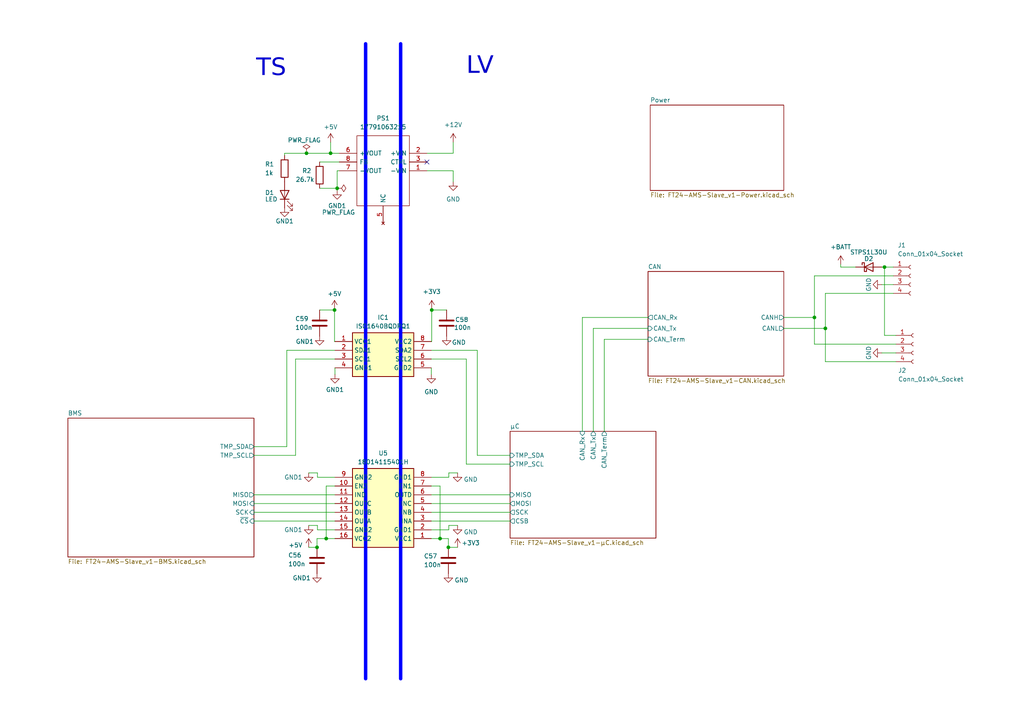
<source format=kicad_sch>
(kicad_sch
	(version 20231120)
	(generator "eeschema")
	(generator_version "8.0")
	(uuid "f1f942ea-b2d2-457f-a907-d9ac22420c38")
	(paper "A4")
	(lib_symbols
		(symbol "18014115401H:18014115401H"
			(exclude_from_sim no)
			(in_bom yes)
			(on_board yes)
			(property "Reference" "U"
				(at 0 17.78 0)
				(effects
					(font
						(size 1.27 1.27)
					)
				)
			)
			(property "Value" "18014115401H"
				(at 0 15.24 0)
				(effects
					(font
						(size 1.27 1.27)
					)
				)
			)
			(property "Footprint" ""
				(at 0 15.24 0)
				(effects
					(font
						(size 1.27 1.27)
					)
					(hide yes)
				)
			)
			(property "Datasheet" ""
				(at 0 15.24 0)
				(effects
					(font
						(size 1.27 1.27)
					)
					(hide yes)
				)
			)
			(property "Description" ""
				(at 0 0 0)
				(effects
					(font
						(size 1.27 1.27)
					)
					(hide yes)
				)
			)
			(symbol "18014115401H_1_1"
				(rectangle
					(start -8.89 12.7)
					(end 8.89 -10.16)
					(stroke
						(width 0.254)
						(type default)
					)
					(fill
						(type background)
					)
				)
				(pin passive line
					(at -13.97 10.16 0)
					(length 5.08)
					(name "VCC1"
						(effects
							(font
								(size 1.27 1.27)
							)
						)
					)
					(number "1"
						(effects
							(font
								(size 1.27 1.27)
							)
						)
					)
				)
				(pin passive line
					(at 13.97 -5.08 180)
					(length 5.08)
					(name "EN2"
						(effects
							(font
								(size 1.27 1.27)
							)
						)
					)
					(number "10"
						(effects
							(font
								(size 1.27 1.27)
							)
						)
					)
				)
				(pin passive line
					(at 13.97 -2.54 180)
					(length 5.08)
					(name "IND"
						(effects
							(font
								(size 1.27 1.27)
							)
						)
					)
					(number "11"
						(effects
							(font
								(size 1.27 1.27)
							)
						)
					)
				)
				(pin passive line
					(at 13.97 0 180)
					(length 5.08)
					(name "OUTC"
						(effects
							(font
								(size 1.27 1.27)
							)
						)
					)
					(number "12"
						(effects
							(font
								(size 1.27 1.27)
							)
						)
					)
				)
				(pin passive line
					(at 13.97 2.54 180)
					(length 5.08)
					(name "OUTB"
						(effects
							(font
								(size 1.27 1.27)
							)
						)
					)
					(number "13"
						(effects
							(font
								(size 1.27 1.27)
							)
						)
					)
				)
				(pin passive line
					(at 13.97 5.08 180)
					(length 5.08)
					(name "OUTA"
						(effects
							(font
								(size 1.27 1.27)
							)
						)
					)
					(number "14"
						(effects
							(font
								(size 1.27 1.27)
							)
						)
					)
				)
				(pin passive line
					(at 13.97 7.62 180)
					(length 5.08)
					(name "GND2"
						(effects
							(font
								(size 1.27 1.27)
							)
						)
					)
					(number "15"
						(effects
							(font
								(size 1.27 1.27)
							)
						)
					)
				)
				(pin passive line
					(at 13.97 10.16 180)
					(length 5.08)
					(name "VCC2"
						(effects
							(font
								(size 1.27 1.27)
							)
						)
					)
					(number "16"
						(effects
							(font
								(size 1.27 1.27)
							)
						)
					)
				)
				(pin passive line
					(at -13.97 7.62 0)
					(length 5.08)
					(name "GND1"
						(effects
							(font
								(size 1.27 1.27)
							)
						)
					)
					(number "2"
						(effects
							(font
								(size 1.27 1.27)
							)
						)
					)
				)
				(pin passive line
					(at -13.97 5.08 0)
					(length 5.08)
					(name "INA"
						(effects
							(font
								(size 1.27 1.27)
							)
						)
					)
					(number "3"
						(effects
							(font
								(size 1.27 1.27)
							)
						)
					)
				)
				(pin passive line
					(at -13.97 2.54 0)
					(length 5.08)
					(name "INB"
						(effects
							(font
								(size 1.27 1.27)
							)
						)
					)
					(number "4"
						(effects
							(font
								(size 1.27 1.27)
							)
						)
					)
				)
				(pin passive line
					(at -13.97 0 0)
					(length 5.08)
					(name "INC"
						(effects
							(font
								(size 1.27 1.27)
							)
						)
					)
					(number "5"
						(effects
							(font
								(size 1.27 1.27)
							)
						)
					)
				)
				(pin passive line
					(at -13.97 -2.54 0)
					(length 5.08)
					(name "OUTD"
						(effects
							(font
								(size 1.27 1.27)
							)
						)
					)
					(number "6"
						(effects
							(font
								(size 1.27 1.27)
							)
						)
					)
				)
				(pin passive line
					(at -13.97 -5.08 0)
					(length 5.08)
					(name "EN1"
						(effects
							(font
								(size 1.27 1.27)
							)
						)
					)
					(number "7"
						(effects
							(font
								(size 1.27 1.27)
							)
						)
					)
				)
				(pin passive line
					(at -13.97 -7.62 0)
					(length 5.08)
					(name "GND1"
						(effects
							(font
								(size 1.27 1.27)
							)
						)
					)
					(number "8"
						(effects
							(font
								(size 1.27 1.27)
							)
						)
					)
				)
				(pin passive line
					(at 13.97 -7.62 180)
					(length 5.08)
					(name "GND2"
						(effects
							(font
								(size 1.27 1.27)
							)
						)
					)
					(number "9"
						(effects
							(font
								(size 1.27 1.27)
							)
						)
					)
				)
			)
		)
		(symbol "Connector:Conn_01x04_Socket"
			(pin_names
				(offset 1.016) hide)
			(exclude_from_sim no)
			(in_bom yes)
			(on_board yes)
			(property "Reference" "J"
				(at 0 5.08 0)
				(effects
					(font
						(size 1.27 1.27)
					)
				)
			)
			(property "Value" "Conn_01x04_Socket"
				(at 0 -7.62 0)
				(effects
					(font
						(size 1.27 1.27)
					)
				)
			)
			(property "Footprint" ""
				(at 0 0 0)
				(effects
					(font
						(size 1.27 1.27)
					)
					(hide yes)
				)
			)
			(property "Datasheet" "~"
				(at 0 0 0)
				(effects
					(font
						(size 1.27 1.27)
					)
					(hide yes)
				)
			)
			(property "Description" "Generic connector, single row, 01x04, script generated"
				(at 0 0 0)
				(effects
					(font
						(size 1.27 1.27)
					)
					(hide yes)
				)
			)
			(property "ki_locked" ""
				(at 0 0 0)
				(effects
					(font
						(size 1.27 1.27)
					)
				)
			)
			(property "ki_keywords" "connector"
				(at 0 0 0)
				(effects
					(font
						(size 1.27 1.27)
					)
					(hide yes)
				)
			)
			(property "ki_fp_filters" "Connector*:*_1x??_*"
				(at 0 0 0)
				(effects
					(font
						(size 1.27 1.27)
					)
					(hide yes)
				)
			)
			(symbol "Conn_01x04_Socket_1_1"
				(arc
					(start 0 -4.572)
					(mid -0.5058 -5.08)
					(end 0 -5.588)
					(stroke
						(width 0.1524)
						(type default)
					)
					(fill
						(type none)
					)
				)
				(arc
					(start 0 -2.032)
					(mid -0.5058 -2.54)
					(end 0 -3.048)
					(stroke
						(width 0.1524)
						(type default)
					)
					(fill
						(type none)
					)
				)
				(polyline
					(pts
						(xy -1.27 -5.08) (xy -0.508 -5.08)
					)
					(stroke
						(width 0.1524)
						(type default)
					)
					(fill
						(type none)
					)
				)
				(polyline
					(pts
						(xy -1.27 -2.54) (xy -0.508 -2.54)
					)
					(stroke
						(width 0.1524)
						(type default)
					)
					(fill
						(type none)
					)
				)
				(polyline
					(pts
						(xy -1.27 0) (xy -0.508 0)
					)
					(stroke
						(width 0.1524)
						(type default)
					)
					(fill
						(type none)
					)
				)
				(polyline
					(pts
						(xy -1.27 2.54) (xy -0.508 2.54)
					)
					(stroke
						(width 0.1524)
						(type default)
					)
					(fill
						(type none)
					)
				)
				(arc
					(start 0 0.508)
					(mid -0.5058 0)
					(end 0 -0.508)
					(stroke
						(width 0.1524)
						(type default)
					)
					(fill
						(type none)
					)
				)
				(arc
					(start 0 3.048)
					(mid -0.5058 2.54)
					(end 0 2.032)
					(stroke
						(width 0.1524)
						(type default)
					)
					(fill
						(type none)
					)
				)
				(pin passive line
					(at -5.08 2.54 0)
					(length 3.81)
					(name "Pin_1"
						(effects
							(font
								(size 1.27 1.27)
							)
						)
					)
					(number "1"
						(effects
							(font
								(size 1.27 1.27)
							)
						)
					)
				)
				(pin passive line
					(at -5.08 0 0)
					(length 3.81)
					(name "Pin_2"
						(effects
							(font
								(size 1.27 1.27)
							)
						)
					)
					(number "2"
						(effects
							(font
								(size 1.27 1.27)
							)
						)
					)
				)
				(pin passive line
					(at -5.08 -2.54 0)
					(length 3.81)
					(name "Pin_3"
						(effects
							(font
								(size 1.27 1.27)
							)
						)
					)
					(number "3"
						(effects
							(font
								(size 1.27 1.27)
							)
						)
					)
				)
				(pin passive line
					(at -5.08 -5.08 0)
					(length 3.81)
					(name "Pin_4"
						(effects
							(font
								(size 1.27 1.27)
							)
						)
					)
					(number "4"
						(effects
							(font
								(size 1.27 1.27)
							)
						)
					)
				)
			)
		)
		(symbol "Device:C"
			(pin_numbers hide)
			(pin_names
				(offset 0.254)
			)
			(exclude_from_sim no)
			(in_bom yes)
			(on_board yes)
			(property "Reference" "C"
				(at 0.635 2.54 0)
				(effects
					(font
						(size 1.27 1.27)
					)
					(justify left)
				)
			)
			(property "Value" "C"
				(at 0.635 -2.54 0)
				(effects
					(font
						(size 1.27 1.27)
					)
					(justify left)
				)
			)
			(property "Footprint" ""
				(at 0.9652 -3.81 0)
				(effects
					(font
						(size 1.27 1.27)
					)
					(hide yes)
				)
			)
			(property "Datasheet" "~"
				(at 0 0 0)
				(effects
					(font
						(size 1.27 1.27)
					)
					(hide yes)
				)
			)
			(property "Description" "Unpolarized capacitor"
				(at 0 0 0)
				(effects
					(font
						(size 1.27 1.27)
					)
					(hide yes)
				)
			)
			(property "ki_keywords" "cap capacitor"
				(at 0 0 0)
				(effects
					(font
						(size 1.27 1.27)
					)
					(hide yes)
				)
			)
			(property "ki_fp_filters" "C_*"
				(at 0 0 0)
				(effects
					(font
						(size 1.27 1.27)
					)
					(hide yes)
				)
			)
			(symbol "C_0_1"
				(polyline
					(pts
						(xy -2.032 -0.762) (xy 2.032 -0.762)
					)
					(stroke
						(width 0.508)
						(type default)
					)
					(fill
						(type none)
					)
				)
				(polyline
					(pts
						(xy -2.032 0.762) (xy 2.032 0.762)
					)
					(stroke
						(width 0.508)
						(type default)
					)
					(fill
						(type none)
					)
				)
			)
			(symbol "C_1_1"
				(pin passive line
					(at 0 3.81 270)
					(length 2.794)
					(name "~"
						(effects
							(font
								(size 1.27 1.27)
							)
						)
					)
					(number "1"
						(effects
							(font
								(size 1.27 1.27)
							)
						)
					)
				)
				(pin passive line
					(at 0 -3.81 90)
					(length 2.794)
					(name "~"
						(effects
							(font
								(size 1.27 1.27)
							)
						)
					)
					(number "2"
						(effects
							(font
								(size 1.27 1.27)
							)
						)
					)
				)
			)
		)
		(symbol "Device:D_Schottky"
			(pin_numbers hide)
			(pin_names
				(offset 1.016) hide)
			(exclude_from_sim no)
			(in_bom yes)
			(on_board yes)
			(property "Reference" "D"
				(at 0 2.54 0)
				(effects
					(font
						(size 1.27 1.27)
					)
				)
			)
			(property "Value" "D_Schottky"
				(at 0 -2.54 0)
				(effects
					(font
						(size 1.27 1.27)
					)
				)
			)
			(property "Footprint" ""
				(at 0 0 0)
				(effects
					(font
						(size 1.27 1.27)
					)
					(hide yes)
				)
			)
			(property "Datasheet" "~"
				(at 0 0 0)
				(effects
					(font
						(size 1.27 1.27)
					)
					(hide yes)
				)
			)
			(property "Description" "Schottky diode"
				(at 0 0 0)
				(effects
					(font
						(size 1.27 1.27)
					)
					(hide yes)
				)
			)
			(property "ki_keywords" "diode Schottky"
				(at 0 0 0)
				(effects
					(font
						(size 1.27 1.27)
					)
					(hide yes)
				)
			)
			(property "ki_fp_filters" "TO-???* *_Diode_* *SingleDiode* D_*"
				(at 0 0 0)
				(effects
					(font
						(size 1.27 1.27)
					)
					(hide yes)
				)
			)
			(symbol "D_Schottky_0_1"
				(polyline
					(pts
						(xy 1.27 0) (xy -1.27 0)
					)
					(stroke
						(width 0)
						(type default)
					)
					(fill
						(type none)
					)
				)
				(polyline
					(pts
						(xy 1.27 1.27) (xy 1.27 -1.27) (xy -1.27 0) (xy 1.27 1.27)
					)
					(stroke
						(width 0.254)
						(type default)
					)
					(fill
						(type none)
					)
				)
				(polyline
					(pts
						(xy -1.905 0.635) (xy -1.905 1.27) (xy -1.27 1.27) (xy -1.27 -1.27) (xy -0.635 -1.27) (xy -0.635 -0.635)
					)
					(stroke
						(width 0.254)
						(type default)
					)
					(fill
						(type none)
					)
				)
			)
			(symbol "D_Schottky_1_1"
				(pin passive line
					(at -3.81 0 0)
					(length 2.54)
					(name "K"
						(effects
							(font
								(size 1.27 1.27)
							)
						)
					)
					(number "1"
						(effects
							(font
								(size 1.27 1.27)
							)
						)
					)
				)
				(pin passive line
					(at 3.81 0 180)
					(length 2.54)
					(name "A"
						(effects
							(font
								(size 1.27 1.27)
							)
						)
					)
					(number "2"
						(effects
							(font
								(size 1.27 1.27)
							)
						)
					)
				)
			)
		)
		(symbol "Device:R"
			(pin_numbers hide)
			(pin_names
				(offset 0)
			)
			(exclude_from_sim no)
			(in_bom yes)
			(on_board yes)
			(property "Reference" "R"
				(at 2.032 0 90)
				(effects
					(font
						(size 1.27 1.27)
					)
				)
			)
			(property "Value" "R"
				(at 0 0 90)
				(effects
					(font
						(size 1.27 1.27)
					)
				)
			)
			(property "Footprint" ""
				(at -1.778 0 90)
				(effects
					(font
						(size 1.27 1.27)
					)
					(hide yes)
				)
			)
			(property "Datasheet" "~"
				(at 0 0 0)
				(effects
					(font
						(size 1.27 1.27)
					)
					(hide yes)
				)
			)
			(property "Description" "Resistor"
				(at 0 0 0)
				(effects
					(font
						(size 1.27 1.27)
					)
					(hide yes)
				)
			)
			(property "ki_keywords" "R res resistor"
				(at 0 0 0)
				(effects
					(font
						(size 1.27 1.27)
					)
					(hide yes)
				)
			)
			(property "ki_fp_filters" "R_*"
				(at 0 0 0)
				(effects
					(font
						(size 1.27 1.27)
					)
					(hide yes)
				)
			)
			(symbol "R_0_1"
				(rectangle
					(start -1.016 -2.54)
					(end 1.016 2.54)
					(stroke
						(width 0.254)
						(type default)
					)
					(fill
						(type none)
					)
				)
			)
			(symbol "R_1_1"
				(pin passive line
					(at 0 3.81 270)
					(length 1.27)
					(name "~"
						(effects
							(font
								(size 1.27 1.27)
							)
						)
					)
					(number "1"
						(effects
							(font
								(size 1.27 1.27)
							)
						)
					)
				)
				(pin passive line
					(at 0 -3.81 90)
					(length 1.27)
					(name "~"
						(effects
							(font
								(size 1.27 1.27)
							)
						)
					)
					(number "2"
						(effects
							(font
								(size 1.27 1.27)
							)
						)
					)
				)
			)
		)
		(symbol "FaSTTUBe_LEDs:0603_red"
			(pin_numbers hide)
			(pin_names
				(offset 1.016) hide)
			(exclude_from_sim no)
			(in_bom yes)
			(on_board yes)
			(property "Reference" "D"
				(at 0 2.54 0)
				(effects
					(font
						(size 1.27 1.27)
					)
				)
			)
			(property "Value" "0603_red"
				(at 0 -3.81 0)
				(effects
					(font
						(size 1.27 1.27)
					)
				)
			)
			(property "Footprint" "LED_SMD:LED_0603_1608Metric"
				(at 0 5.08 0)
				(effects
					(font
						(size 1.27 1.27)
					)
					(hide yes)
				)
			)
			(property "Datasheet" "~"
				(at 0 0 0)
				(effects
					(font
						(size 1.27 1.27)
					)
					(hide yes)
				)
			)
			(property "Description" "LED red 150060RS75000"
				(at 0 0 0)
				(effects
					(font
						(size 1.27 1.27)
					)
					(hide yes)
				)
			)
			(property "ki_keywords" "LED diode red"
				(at 0 0 0)
				(effects
					(font
						(size 1.27 1.27)
					)
					(hide yes)
				)
			)
			(property "ki_fp_filters" "LED* LED_SMD:* LED_THT:*"
				(at 0 0 0)
				(effects
					(font
						(size 1.27 1.27)
					)
					(hide yes)
				)
			)
			(symbol "0603_red_0_1"
				(polyline
					(pts
						(xy -1.27 -1.27) (xy -1.27 1.27)
					)
					(stroke
						(width 0.254)
						(type default)
					)
					(fill
						(type none)
					)
				)
				(polyline
					(pts
						(xy -1.27 0) (xy 1.27 0)
					)
					(stroke
						(width 0)
						(type default)
					)
					(fill
						(type none)
					)
				)
				(polyline
					(pts
						(xy 1.27 -1.27) (xy 1.27 1.27) (xy -1.27 0) (xy 1.27 -1.27)
					)
					(stroke
						(width 0.254)
						(type default)
					)
					(fill
						(type none)
					)
				)
				(polyline
					(pts
						(xy -3.048 -0.762) (xy -4.572 -2.286) (xy -3.81 -2.286) (xy -4.572 -2.286) (xy -4.572 -1.524)
					)
					(stroke
						(width 0)
						(type default)
					)
					(fill
						(type none)
					)
				)
				(polyline
					(pts
						(xy -1.778 -0.762) (xy -3.302 -2.286) (xy -2.54 -2.286) (xy -3.302 -2.286) (xy -3.302 -1.524)
					)
					(stroke
						(width 0)
						(type default)
					)
					(fill
						(type none)
					)
				)
			)
			(symbol "0603_red_1_1"
				(pin passive line
					(at -3.81 0 0)
					(length 2.54)
					(name "K"
						(effects
							(font
								(size 1.27 1.27)
							)
						)
					)
					(number "1"
						(effects
							(font
								(size 1.27 1.27)
							)
						)
					)
				)
				(pin passive line
					(at 3.81 0 180)
					(length 2.54)
					(name "A"
						(effects
							(font
								(size 1.27 1.27)
							)
						)
					)
					(number "2"
						(effects
							(font
								(size 1.27 1.27)
							)
						)
					)
				)
			)
		)
		(symbol "ISO1640BQDRQ1:ISO1640BQDRQ1"
			(exclude_from_sim no)
			(in_bom yes)
			(on_board yes)
			(property "Reference" "IC"
				(at 24.13 7.62 0)
				(effects
					(font
						(size 1.27 1.27)
					)
					(justify left top)
				)
			)
			(property "Value" "ISO1640BQDRQ1"
				(at 24.13 5.08 0)
				(effects
					(font
						(size 1.27 1.27)
					)
					(justify left top)
				)
			)
			(property "Footprint" "SOIC127P600X175-8N"
				(at 24.13 -94.92 0)
				(effects
					(font
						(size 1.27 1.27)
					)
					(justify left top)
					(hide yes)
				)
			)
			(property "Datasheet" "https://www.ti.com/lit/ds/symlink/iso1640.pdf"
				(at 24.13 -194.92 0)
				(effects
					(font
						(size 1.27 1.27)
					)
					(justify left top)
					(hide yes)
				)
			)
			(property "Description" "Digital Isolators Automotive, hot-swappable, robust-EMC bidirectional I2C isolator with bidirectional clock"
				(at 0 0 0)
				(effects
					(font
						(size 1.27 1.27)
					)
					(hide yes)
				)
			)
			(property "Height" "1.75"
				(at 24.13 -394.92 0)
				(effects
					(font
						(size 1.27 1.27)
					)
					(justify left top)
					(hide yes)
				)
			)
			(property "Mouser Part Number" "595-ISO1640BQDRQ1"
				(at 24.13 -494.92 0)
				(effects
					(font
						(size 1.27 1.27)
					)
					(justify left top)
					(hide yes)
				)
			)
			(property "Mouser Price/Stock" "https://www.mouser.co.uk/ProductDetail/Texas-Instruments/ISO1640BQDRQ1?qs=QNEnbhJQKvat3Z1mRPODGw%3D%3D"
				(at 24.13 -594.92 0)
				(effects
					(font
						(size 1.27 1.27)
					)
					(justify left top)
					(hide yes)
				)
			)
			(property "Manufacturer_Name" "Texas Instruments"
				(at 24.13 -694.92 0)
				(effects
					(font
						(size 1.27 1.27)
					)
					(justify left top)
					(hide yes)
				)
			)
			(property "Manufacturer_Part_Number" "ISO1640BQDRQ1"
				(at 24.13 -794.92 0)
				(effects
					(font
						(size 1.27 1.27)
					)
					(justify left top)
					(hide yes)
				)
			)
			(symbol "ISO1640BQDRQ1_1_1"
				(rectangle
					(start 5.08 2.54)
					(end 22.86 -10.16)
					(stroke
						(width 0.254)
						(type default)
					)
					(fill
						(type background)
					)
				)
				(pin passive line
					(at 0 0 0)
					(length 5.08)
					(name "VCC1"
						(effects
							(font
								(size 1.27 1.27)
							)
						)
					)
					(number "1"
						(effects
							(font
								(size 1.27 1.27)
							)
						)
					)
				)
				(pin passive line
					(at 0 -2.54 0)
					(length 5.08)
					(name "SDA1"
						(effects
							(font
								(size 1.27 1.27)
							)
						)
					)
					(number "2"
						(effects
							(font
								(size 1.27 1.27)
							)
						)
					)
				)
				(pin passive line
					(at 0 -5.08 0)
					(length 5.08)
					(name "SCL1"
						(effects
							(font
								(size 1.27 1.27)
							)
						)
					)
					(number "3"
						(effects
							(font
								(size 1.27 1.27)
							)
						)
					)
				)
				(pin passive line
					(at 0 -7.62 0)
					(length 5.08)
					(name "GND1"
						(effects
							(font
								(size 1.27 1.27)
							)
						)
					)
					(number "4"
						(effects
							(font
								(size 1.27 1.27)
							)
						)
					)
				)
				(pin passive line
					(at 27.94 -7.62 180)
					(length 5.08)
					(name "GND2"
						(effects
							(font
								(size 1.27 1.27)
							)
						)
					)
					(number "5"
						(effects
							(font
								(size 1.27 1.27)
							)
						)
					)
				)
				(pin passive line
					(at 27.94 -5.08 180)
					(length 5.08)
					(name "SCL2"
						(effects
							(font
								(size 1.27 1.27)
							)
						)
					)
					(number "6"
						(effects
							(font
								(size 1.27 1.27)
							)
						)
					)
				)
				(pin passive line
					(at 27.94 -2.54 180)
					(length 5.08)
					(name "SDA2"
						(effects
							(font
								(size 1.27 1.27)
							)
						)
					)
					(number "7"
						(effects
							(font
								(size 1.27 1.27)
							)
						)
					)
				)
				(pin passive line
					(at 27.94 0 180)
					(length 5.08)
					(name "VCC2"
						(effects
							(font
								(size 1.27 1.27)
							)
						)
					)
					(number "8"
						(effects
							(font
								(size 1.27 1.27)
							)
						)
					)
				)
			)
		)
		(symbol "SamacSys_Parts:17791063215"
			(pin_names
				(offset 0.762)
			)
			(exclude_from_sim no)
			(in_bom yes)
			(on_board yes)
			(property "Reference" "PS1"
				(at 12.7 7.62 0)
				(effects
					(font
						(size 1.27 1.27)
					)
				)
			)
			(property "Value" "17791063215"
				(at 12.7 5.08 0)
				(effects
					(font
						(size 1.27 1.27)
					)
				)
			)
			(property "Footprint" "Slave:17791063215"
				(at 21.59 2.54 0)
				(effects
					(font
						(size 1.27 1.27)
					)
					(justify left)
					(hide yes)
				)
			)
			(property "Datasheet" "https://www.mouser.de/datasheet/2/445/17791063215-1715724.pdf"
				(at 21.59 0 0)
				(effects
					(font
						(size 1.27 1.27)
					)
					(justify left)
					(hide yes)
				)
			)
			(property "Description" "Switching Voltage Regulators VISM 2kVReg 8-42VInp 1W SIP-8 3.3-6V Outp"
				(at 21.59 -2.54 0)
				(effects
					(font
						(size 1.27 1.27)
					)
					(justify left)
					(hide yes)
				)
			)
			(property "Height" "11.6"
				(at 21.59 -5.08 0)
				(effects
					(font
						(size 1.27 1.27)
					)
					(justify left)
					(hide yes)
				)
			)
			(property "Mouser Part Number" "710-17791063215"
				(at 21.59 -7.62 0)
				(effects
					(font
						(size 1.27 1.27)
					)
					(justify left)
					(hide yes)
				)
			)
			(property "Mouser Price/Stock" "https://www.mouser.co.uk/ProductDetail/Wurth-Elektronik/17791063215?qs=vLWxofP3U2xkPONd0ILDhA%3D%3D"
				(at 21.59 -10.16 0)
				(effects
					(font
						(size 1.27 1.27)
					)
					(justify left)
					(hide yes)
				)
			)
			(property "Manufacturer_Name" "Wurth Elektronik"
				(at 21.59 -12.7 0)
				(effects
					(font
						(size 1.27 1.27)
					)
					(justify left)
					(hide yes)
				)
			)
			(property "Manufacturer_Part_Number" "17791063215"
				(at 21.59 -15.24 0)
				(effects
					(font
						(size 1.27 1.27)
					)
					(justify left)
					(hide yes)
				)
			)
			(symbol "17791063215_0_0"
				(pin passive line
					(at 0 -7.62 0)
					(length 5.08)
					(name "-VIN"
						(effects
							(font
								(size 1.27 1.27)
							)
						)
					)
					(number "1"
						(effects
							(font
								(size 1.27 1.27)
							)
						)
					)
				)
				(pin passive line
					(at 0 -2.54 0)
					(length 5.08)
					(name "+VIN"
						(effects
							(font
								(size 1.27 1.27)
							)
						)
					)
					(number "2"
						(effects
							(font
								(size 1.27 1.27)
							)
						)
					)
				)
				(pin passive line
					(at 0 -5.08 0)
					(length 5.08)
					(name "CTRL"
						(effects
							(font
								(size 1.27 1.27)
							)
						)
					)
					(number "3"
						(effects
							(font
								(size 1.27 1.27)
							)
						)
					)
				)
				(pin no_connect line
					(at 12.7 -22.86 90)
					(length 5.08)
					(name "NC"
						(effects
							(font
								(size 1.27 1.27)
							)
						)
					)
					(number "5"
						(effects
							(font
								(size 1.27 1.27)
							)
						)
					)
				)
				(pin passive line
					(at 25.4 -2.54 180)
					(length 5.08)
					(name "+VOUT"
						(effects
							(font
								(size 1.27 1.27)
							)
						)
					)
					(number "6"
						(effects
							(font
								(size 1.27 1.27)
							)
						)
					)
				)
				(pin passive line
					(at 25.4 -7.62 180)
					(length 5.08)
					(name "-VOUT"
						(effects
							(font
								(size 1.27 1.27)
							)
						)
					)
					(number "7"
						(effects
							(font
								(size 1.27 1.27)
							)
						)
					)
				)
				(pin passive line
					(at 25.4 -5.08 180)
					(length 5.08)
					(name "FB"
						(effects
							(font
								(size 1.27 1.27)
							)
						)
					)
					(number "8"
						(effects
							(font
								(size 1.27 1.27)
							)
						)
					)
				)
			)
			(symbol "17791063215_0_1"
				(polyline
					(pts
						(xy 5.08 2.54) (xy 20.32 2.54) (xy 20.32 -17.78) (xy 5.08 -17.78) (xy 5.08 2.54)
					)
					(stroke
						(width 0.1524)
						(type default)
					)
					(fill
						(type none)
					)
				)
			)
		)
		(symbol "power:+12V"
			(power)
			(pin_names
				(offset 0)
			)
			(exclude_from_sim no)
			(in_bom yes)
			(on_board yes)
			(property "Reference" "#PWR"
				(at 0 -3.81 0)
				(effects
					(font
						(size 1.27 1.27)
					)
					(hide yes)
				)
			)
			(property "Value" "+12V"
				(at 0 3.556 0)
				(effects
					(font
						(size 1.27 1.27)
					)
				)
			)
			(property "Footprint" ""
				(at 0 0 0)
				(effects
					(font
						(size 1.27 1.27)
					)
					(hide yes)
				)
			)
			(property "Datasheet" ""
				(at 0 0 0)
				(effects
					(font
						(size 1.27 1.27)
					)
					(hide yes)
				)
			)
			(property "Description" "Power symbol creates a global label with name \"+12V\""
				(at 0 0 0)
				(effects
					(font
						(size 1.27 1.27)
					)
					(hide yes)
				)
			)
			(property "ki_keywords" "global power"
				(at 0 0 0)
				(effects
					(font
						(size 1.27 1.27)
					)
					(hide yes)
				)
			)
			(symbol "+12V_0_1"
				(polyline
					(pts
						(xy -0.762 1.27) (xy 0 2.54)
					)
					(stroke
						(width 0)
						(type default)
					)
					(fill
						(type none)
					)
				)
				(polyline
					(pts
						(xy 0 0) (xy 0 2.54)
					)
					(stroke
						(width 0)
						(type default)
					)
					(fill
						(type none)
					)
				)
				(polyline
					(pts
						(xy 0 2.54) (xy 0.762 1.27)
					)
					(stroke
						(width 0)
						(type default)
					)
					(fill
						(type none)
					)
				)
			)
			(symbol "+12V_1_1"
				(pin power_in line
					(at 0 0 90)
					(length 0) hide
					(name "+12V"
						(effects
							(font
								(size 1.27 1.27)
							)
						)
					)
					(number "1"
						(effects
							(font
								(size 1.27 1.27)
							)
						)
					)
				)
			)
		)
		(symbol "power:+3V3"
			(power)
			(pin_names
				(offset 0)
			)
			(exclude_from_sim no)
			(in_bom yes)
			(on_board yes)
			(property "Reference" "#PWR"
				(at 0 -3.81 0)
				(effects
					(font
						(size 1.27 1.27)
					)
					(hide yes)
				)
			)
			(property "Value" "+3V3"
				(at 0 3.556 0)
				(effects
					(font
						(size 1.27 1.27)
					)
				)
			)
			(property "Footprint" ""
				(at 0 0 0)
				(effects
					(font
						(size 1.27 1.27)
					)
					(hide yes)
				)
			)
			(property "Datasheet" ""
				(at 0 0 0)
				(effects
					(font
						(size 1.27 1.27)
					)
					(hide yes)
				)
			)
			(property "Description" "Power symbol creates a global label with name \"+3V3\""
				(at 0 0 0)
				(effects
					(font
						(size 1.27 1.27)
					)
					(hide yes)
				)
			)
			(property "ki_keywords" "global power"
				(at 0 0 0)
				(effects
					(font
						(size 1.27 1.27)
					)
					(hide yes)
				)
			)
			(symbol "+3V3_0_1"
				(polyline
					(pts
						(xy -0.762 1.27) (xy 0 2.54)
					)
					(stroke
						(width 0)
						(type default)
					)
					(fill
						(type none)
					)
				)
				(polyline
					(pts
						(xy 0 0) (xy 0 2.54)
					)
					(stroke
						(width 0)
						(type default)
					)
					(fill
						(type none)
					)
				)
				(polyline
					(pts
						(xy 0 2.54) (xy 0.762 1.27)
					)
					(stroke
						(width 0)
						(type default)
					)
					(fill
						(type none)
					)
				)
			)
			(symbol "+3V3_1_1"
				(pin power_in line
					(at 0 0 90)
					(length 0) hide
					(name "+3V3"
						(effects
							(font
								(size 1.27 1.27)
							)
						)
					)
					(number "1"
						(effects
							(font
								(size 1.27 1.27)
							)
						)
					)
				)
			)
		)
		(symbol "power:+5V"
			(power)
			(pin_names
				(offset 0)
			)
			(exclude_from_sim no)
			(in_bom yes)
			(on_board yes)
			(property "Reference" "#PWR"
				(at 0 -3.81 0)
				(effects
					(font
						(size 1.27 1.27)
					)
					(hide yes)
				)
			)
			(property "Value" "+5V"
				(at 0 3.556 0)
				(effects
					(font
						(size 1.27 1.27)
					)
				)
			)
			(property "Footprint" ""
				(at 0 0 0)
				(effects
					(font
						(size 1.27 1.27)
					)
					(hide yes)
				)
			)
			(property "Datasheet" ""
				(at 0 0 0)
				(effects
					(font
						(size 1.27 1.27)
					)
					(hide yes)
				)
			)
			(property "Description" "Power symbol creates a global label with name \"+5V\""
				(at 0 0 0)
				(effects
					(font
						(size 1.27 1.27)
					)
					(hide yes)
				)
			)
			(property "ki_keywords" "global power"
				(at 0 0 0)
				(effects
					(font
						(size 1.27 1.27)
					)
					(hide yes)
				)
			)
			(symbol "+5V_0_1"
				(polyline
					(pts
						(xy -0.762 1.27) (xy 0 2.54)
					)
					(stroke
						(width 0)
						(type default)
					)
					(fill
						(type none)
					)
				)
				(polyline
					(pts
						(xy 0 0) (xy 0 2.54)
					)
					(stroke
						(width 0)
						(type default)
					)
					(fill
						(type none)
					)
				)
				(polyline
					(pts
						(xy 0 2.54) (xy 0.762 1.27)
					)
					(stroke
						(width 0)
						(type default)
					)
					(fill
						(type none)
					)
				)
			)
			(symbol "+5V_1_1"
				(pin power_in line
					(at 0 0 90)
					(length 0) hide
					(name "+5V"
						(effects
							(font
								(size 1.27 1.27)
							)
						)
					)
					(number "1"
						(effects
							(font
								(size 1.27 1.27)
							)
						)
					)
				)
			)
		)
		(symbol "power:+BATT"
			(power)
			(pin_names
				(offset 0)
			)
			(exclude_from_sim no)
			(in_bom yes)
			(on_board yes)
			(property "Reference" "#PWR"
				(at 0 -3.81 0)
				(effects
					(font
						(size 1.27 1.27)
					)
					(hide yes)
				)
			)
			(property "Value" "+BATT"
				(at 0 3.556 0)
				(effects
					(font
						(size 1.27 1.27)
					)
				)
			)
			(property "Footprint" ""
				(at 0 0 0)
				(effects
					(font
						(size 1.27 1.27)
					)
					(hide yes)
				)
			)
			(property "Datasheet" ""
				(at 0 0 0)
				(effects
					(font
						(size 1.27 1.27)
					)
					(hide yes)
				)
			)
			(property "Description" "Power symbol creates a global label with name \"+BATT\""
				(at 0 0 0)
				(effects
					(font
						(size 1.27 1.27)
					)
					(hide yes)
				)
			)
			(property "ki_keywords" "global power battery"
				(at 0 0 0)
				(effects
					(font
						(size 1.27 1.27)
					)
					(hide yes)
				)
			)
			(symbol "+BATT_0_1"
				(polyline
					(pts
						(xy -0.762 1.27) (xy 0 2.54)
					)
					(stroke
						(width 0)
						(type default)
					)
					(fill
						(type none)
					)
				)
				(polyline
					(pts
						(xy 0 0) (xy 0 2.54)
					)
					(stroke
						(width 0)
						(type default)
					)
					(fill
						(type none)
					)
				)
				(polyline
					(pts
						(xy 0 2.54) (xy 0.762 1.27)
					)
					(stroke
						(width 0)
						(type default)
					)
					(fill
						(type none)
					)
				)
			)
			(symbol "+BATT_1_1"
				(pin power_in line
					(at 0 0 90)
					(length 0) hide
					(name "+BATT"
						(effects
							(font
								(size 1.27 1.27)
							)
						)
					)
					(number "1"
						(effects
							(font
								(size 1.27 1.27)
							)
						)
					)
				)
			)
		)
		(symbol "power:GND"
			(power)
			(pin_names
				(offset 0)
			)
			(exclude_from_sim no)
			(in_bom yes)
			(on_board yes)
			(property "Reference" "#PWR"
				(at 0 -6.35 0)
				(effects
					(font
						(size 1.27 1.27)
					)
					(hide yes)
				)
			)
			(property "Value" "GND"
				(at 0 -3.81 0)
				(effects
					(font
						(size 1.27 1.27)
					)
				)
			)
			(property "Footprint" ""
				(at 0 0 0)
				(effects
					(font
						(size 1.27 1.27)
					)
					(hide yes)
				)
			)
			(property "Datasheet" ""
				(at 0 0 0)
				(effects
					(font
						(size 1.27 1.27)
					)
					(hide yes)
				)
			)
			(property "Description" "Power symbol creates a global label with name \"GND\" , ground"
				(at 0 0 0)
				(effects
					(font
						(size 1.27 1.27)
					)
					(hide yes)
				)
			)
			(property "ki_keywords" "global power"
				(at 0 0 0)
				(effects
					(font
						(size 1.27 1.27)
					)
					(hide yes)
				)
			)
			(symbol "GND_0_1"
				(polyline
					(pts
						(xy 0 0) (xy 0 -1.27) (xy 1.27 -1.27) (xy 0 -2.54) (xy -1.27 -1.27) (xy 0 -1.27)
					)
					(stroke
						(width 0)
						(type default)
					)
					(fill
						(type none)
					)
				)
			)
			(symbol "GND_1_1"
				(pin power_in line
					(at 0 0 270)
					(length 0) hide
					(name "GND"
						(effects
							(font
								(size 1.27 1.27)
							)
						)
					)
					(number "1"
						(effects
							(font
								(size 1.27 1.27)
							)
						)
					)
				)
			)
		)
		(symbol "power:GND1"
			(power)
			(pin_names
				(offset 0)
			)
			(exclude_from_sim no)
			(in_bom yes)
			(on_board yes)
			(property "Reference" "#PWR"
				(at 0 -6.35 0)
				(effects
					(font
						(size 1.27 1.27)
					)
					(hide yes)
				)
			)
			(property "Value" "GND1"
				(at 0 -3.81 0)
				(effects
					(font
						(size 1.27 1.27)
					)
				)
			)
			(property "Footprint" ""
				(at 0 0 0)
				(effects
					(font
						(size 1.27 1.27)
					)
					(hide yes)
				)
			)
			(property "Datasheet" ""
				(at 0 0 0)
				(effects
					(font
						(size 1.27 1.27)
					)
					(hide yes)
				)
			)
			(property "Description" "Power symbol creates a global label with name \"GND1\" , ground"
				(at 0 0 0)
				(effects
					(font
						(size 1.27 1.27)
					)
					(hide yes)
				)
			)
			(property "ki_keywords" "global power"
				(at 0 0 0)
				(effects
					(font
						(size 1.27 1.27)
					)
					(hide yes)
				)
			)
			(symbol "GND1_0_1"
				(polyline
					(pts
						(xy 0 0) (xy 0 -1.27) (xy 1.27 -1.27) (xy 0 -2.54) (xy -1.27 -1.27) (xy 0 -1.27)
					)
					(stroke
						(width 0)
						(type default)
					)
					(fill
						(type none)
					)
				)
			)
			(symbol "GND1_1_1"
				(pin power_in line
					(at 0 0 270)
					(length 0) hide
					(name "GND1"
						(effects
							(font
								(size 1.27 1.27)
							)
						)
					)
					(number "1"
						(effects
							(font
								(size 1.27 1.27)
							)
						)
					)
				)
			)
		)
		(symbol "power:PWR_FLAG"
			(power)
			(pin_numbers hide)
			(pin_names
				(offset 0) hide)
			(exclude_from_sim no)
			(in_bom yes)
			(on_board yes)
			(property "Reference" "#FLG"
				(at 0 1.905 0)
				(effects
					(font
						(size 1.27 1.27)
					)
					(hide yes)
				)
			)
			(property "Value" "PWR_FLAG"
				(at 0 3.81 0)
				(effects
					(font
						(size 1.27 1.27)
					)
				)
			)
			(property "Footprint" ""
				(at 0 0 0)
				(effects
					(font
						(size 1.27 1.27)
					)
					(hide yes)
				)
			)
			(property "Datasheet" "~"
				(at 0 0 0)
				(effects
					(font
						(size 1.27 1.27)
					)
					(hide yes)
				)
			)
			(property "Description" "Special symbol for telling ERC where power comes from"
				(at 0 0 0)
				(effects
					(font
						(size 1.27 1.27)
					)
					(hide yes)
				)
			)
			(property "ki_keywords" "flag power"
				(at 0 0 0)
				(effects
					(font
						(size 1.27 1.27)
					)
					(hide yes)
				)
			)
			(symbol "PWR_FLAG_0_0"
				(pin power_out line
					(at 0 0 90)
					(length 0)
					(name "pwr"
						(effects
							(font
								(size 1.27 1.27)
							)
						)
					)
					(number "1"
						(effects
							(font
								(size 1.27 1.27)
							)
						)
					)
				)
			)
			(symbol "PWR_FLAG_0_1"
				(polyline
					(pts
						(xy 0 0) (xy 0 1.27) (xy -1.016 1.905) (xy 0 2.54) (xy 1.016 1.905) (xy 0 1.27)
					)
					(stroke
						(width 0)
						(type default)
					)
					(fill
						(type none)
					)
				)
			)
		)
	)
	(junction
		(at 236.22 92.075)
		(diameter 0)
		(color 0 0 0 0)
		(uuid "081892b4-2065-4a4a-8b63-aeb4d8105138")
	)
	(junction
		(at 127.635 156.21)
		(diameter 0)
		(color 0 0 0 0)
		(uuid "114263a3-72f0-4765-b8f3-88116273a156")
	)
	(junction
		(at 97.028 89.916)
		(diameter 0)
		(color 0 0 0 0)
		(uuid "24fdfbe4-10dc-46de-a85c-f91a1da62f1b")
	)
	(junction
		(at 130.048 158.75)
		(diameter 0)
		(color 0 0 0 0)
		(uuid "25bb2186-1072-49e1-ba62-14b130bc3bb9")
	)
	(junction
		(at 256.54 77.47)
		(diameter 0)
		(color 0 0 0 0)
		(uuid "279e6187-8132-4467-bf0a-66b3719f0207")
	)
	(junction
		(at 97.79 54.61)
		(diameter 0)
		(color 0 0 0 0)
		(uuid "3cf8a4de-91d0-43c3-a339-168a8ef8516c")
	)
	(junction
		(at 91.948 158.75)
		(diameter 0)
		(color 0 0 0 0)
		(uuid "40b94e9a-a237-407a-aeb9-a1b7ee1f1708")
	)
	(junction
		(at 125.222 89.916)
		(diameter 0)
		(color 0 0 0 0)
		(uuid "5926328b-a5a8-4dc8-aee1-64e5c821c49d")
	)
	(junction
		(at 239.395 95.25)
		(diameter 0)
		(color 0 0 0 0)
		(uuid "6992fb49-c7d9-4888-acc8-ca8a41a6538b")
	)
	(junction
		(at 95.885 44.45)
		(diameter 0)
		(color 0 0 0 0)
		(uuid "b1035a80-9110-4749-b0c3-6ff40b96fe40")
	)
	(junction
		(at 88.9 44.45)
		(diameter 0)
		(color 0 0 0 0)
		(uuid "d1c5b9a9-1bed-4237-a2de-5bde647623d0")
	)
	(junction
		(at 94.615 156.21)
		(diameter 0)
		(color 0 0 0 0)
		(uuid "d4cb167a-1a6a-4317-adfd-e6dd71ea06f5")
	)
	(no_connect
		(at 123.825 46.99)
		(uuid "e86eac87-23e4-4f13-892c-ae4776b00ca6")
	)
	(wire
		(pts
			(xy 98.425 46.99) (xy 92.71 46.99)
		)
		(stroke
			(width 0)
			(type default)
		)
		(uuid "087e4352-3a9e-4815-bea3-22b824fb105d")
	)
	(wire
		(pts
			(xy 89.535 158.75) (xy 91.948 158.75)
		)
		(stroke
			(width 0)
			(type default)
		)
		(uuid "09e80ce5-5699-4e46-8c8c-73a2484cf12a")
	)
	(wire
		(pts
			(xy 125.222 89.916) (xy 125.222 99.06)
		)
		(stroke
			(width 0)
			(type default)
		)
		(uuid "0a32bc18-4d8c-488d-bb40-c9e7eecf6a37")
	)
	(wire
		(pts
			(xy 88.9 44.45) (xy 95.885 44.45)
		)
		(stroke
			(width 0)
			(type default)
		)
		(uuid "0f14b973-0060-4004-b6e9-de38c376240d")
	)
	(wire
		(pts
			(xy 92.075 138.43) (xy 97.155 138.43)
		)
		(stroke
			(width 0)
			(type default)
		)
		(uuid "1041be5c-6db9-4611-94fd-a490f4c346de")
	)
	(wire
		(pts
			(xy 236.22 92.075) (xy 236.22 99.822)
		)
		(stroke
			(width 0)
			(type default)
		)
		(uuid "135ca0bf-c12a-413d-b93b-af2e6f5ef5ae")
	)
	(wire
		(pts
			(xy 92.71 54.61) (xy 97.79 54.61)
		)
		(stroke
			(width 0)
			(type default)
		)
		(uuid "1b64bd90-4a48-4261-8a7f-8e6612386664")
	)
	(wire
		(pts
			(xy 259.08 82.55) (xy 255.778 82.55)
		)
		(stroke
			(width 0)
			(type default)
		)
		(uuid "1db2f1d9-fe92-4441-853d-a607b9b22929")
	)
	(wire
		(pts
			(xy 97.79 54.61) (xy 97.79 55.245)
		)
		(stroke
			(width 0)
			(type default)
		)
		(uuid "1eb5b499-112b-4c31-b5f5-9726c100d78e")
	)
	(wire
		(pts
			(xy 125.095 148.59) (xy 147.955 148.59)
		)
		(stroke
			(width 0)
			(type default)
		)
		(uuid "1f031d6c-bee7-4649-8169-653f36d3d3f9")
	)
	(wire
		(pts
			(xy 135.255 104.14) (xy 135.255 134.62)
		)
		(stroke
			(width 0)
			(type default)
		)
		(uuid "2079f3f9-48df-4f33-bc91-aeb358f22361")
	)
	(wire
		(pts
			(xy 125.095 108.585) (xy 125.095 106.68)
		)
		(stroke
			(width 0)
			(type default)
		)
		(uuid "21d36778-1f0a-49b3-8364-b49d0489c95e")
	)
	(wire
		(pts
			(xy 125.095 143.51) (xy 147.955 143.51)
		)
		(stroke
			(width 0)
			(type default)
		)
		(uuid "230c80cb-7d71-4a78-9c2b-afb5ace8ae62")
	)
	(wire
		(pts
			(xy 256.54 77.47) (xy 259.08 77.47)
		)
		(stroke
			(width 0)
			(type default)
		)
		(uuid "239f18d8-f605-4b05-b7d2-80289514c569")
	)
	(wire
		(pts
			(xy 125.222 89.662) (xy 125.222 89.916)
		)
		(stroke
			(width 0)
			(type default)
		)
		(uuid "25a51122-b2c6-46c2-8698-9289166624c4")
	)
	(wire
		(pts
			(xy 131.445 41.275) (xy 131.445 44.45)
		)
		(stroke
			(width 0)
			(type default)
		)
		(uuid "2bc16edc-8eee-4d18-be84-f2d6d8477370")
	)
	(wire
		(pts
			(xy 73.66 132.08) (xy 85.725 132.08)
		)
		(stroke
			(width 0)
			(type default)
		)
		(uuid "2d6abaf4-a311-4322-9ebe-e0d2e5e9342d")
	)
	(wire
		(pts
			(xy 82.55 45.085) (xy 82.55 44.45)
		)
		(stroke
			(width 0)
			(type default)
		)
		(uuid "31b9122e-ed50-48d0-a845-aef5b43a79aa")
	)
	(wire
		(pts
			(xy 95.885 44.45) (xy 98.425 44.45)
		)
		(stroke
			(width 0)
			(type default)
		)
		(uuid "3438d5aa-9255-47ad-bbcb-40e43c8af379")
	)
	(wire
		(pts
			(xy 243.84 76.708) (xy 243.84 77.47)
		)
		(stroke
			(width 0)
			(type default)
		)
		(uuid "37d1574a-3033-480b-af47-784a98466971")
	)
	(wire
		(pts
			(xy 227.33 92.075) (xy 236.22 92.075)
		)
		(stroke
			(width 0)
			(type default)
		)
		(uuid "3a2bfd44-f263-4bd9-a1b7-529236c5f833")
	)
	(wire
		(pts
			(xy 91.948 156.21) (xy 91.948 158.75)
		)
		(stroke
			(width 0)
			(type default)
		)
		(uuid "3bcd662b-6b15-42d5-b09d-a8fd642f5a04")
	)
	(wire
		(pts
			(xy 172.085 125.095) (xy 172.085 95.25)
		)
		(stroke
			(width 0)
			(type default)
		)
		(uuid "3d58c1a8-b4fe-481c-b688-c26bfa824611")
	)
	(wire
		(pts
			(xy 123.825 49.53) (xy 131.445 49.53)
		)
		(stroke
			(width 0)
			(type default)
		)
		(uuid "43d28529-9ddd-4d36-93cf-c44581accbf8")
	)
	(wire
		(pts
			(xy 138.43 101.6) (xy 138.43 132.08)
		)
		(stroke
			(width 0)
			(type default)
		)
		(uuid "44e9fabd-c07e-4465-a2b7-a9ac5982085b")
	)
	(wire
		(pts
			(xy 83.185 101.6) (xy 97.155 101.6)
		)
		(stroke
			(width 0)
			(type default)
		)
		(uuid "4b067420-5f51-4240-adfd-8469fdf4b5a6")
	)
	(wire
		(pts
			(xy 73.66 148.59) (xy 97.155 148.59)
		)
		(stroke
			(width 0)
			(type default)
		)
		(uuid "4f11aac2-731a-4cf8-aa6d-80a41fc06f66")
	)
	(wire
		(pts
			(xy 175.26 98.425) (xy 187.96 98.425)
		)
		(stroke
			(width 0)
			(type default)
		)
		(uuid "4f414d1a-77ba-4c34-aba9-13c2f6302c9f")
	)
	(wire
		(pts
			(xy 138.43 132.08) (xy 147.955 132.08)
		)
		(stroke
			(width 0)
			(type default)
		)
		(uuid "58378b9a-f602-4fd7-a2a0-7df8c2d5599d")
	)
	(wire
		(pts
			(xy 92.075 152.4) (xy 92.075 153.67)
		)
		(stroke
			(width 0)
			(type default)
		)
		(uuid "59d4bacd-9de1-4fd1-818d-233bc6639dbc")
	)
	(wire
		(pts
			(xy 83.185 129.54) (xy 83.185 101.6)
		)
		(stroke
			(width 0)
			(type default)
		)
		(uuid "5f30fed7-d8f0-48cb-860d-92d433854a3a")
	)
	(wire
		(pts
			(xy 123.825 44.45) (xy 131.445 44.45)
		)
		(stroke
			(width 0)
			(type default)
		)
		(uuid "66e9a126-d1c4-42ef-95bf-69875b69ed86")
	)
	(wire
		(pts
			(xy 127.635 156.21) (xy 130.048 156.21)
		)
		(stroke
			(width 0)
			(type default)
		)
		(uuid "69970239-41e2-4de4-b36f-cdf52be8ae6f")
	)
	(wire
		(pts
			(xy 73.66 151.13) (xy 97.155 151.13)
		)
		(stroke
			(width 0)
			(type default)
		)
		(uuid "6a2a2d39-eace-48ed-9059-638defde4ea5")
	)
	(wire
		(pts
			(xy 175.26 125.095) (xy 175.26 98.425)
		)
		(stroke
			(width 0)
			(type default)
		)
		(uuid "6c463ec2-2a58-4cbe-9a01-d8f92edc7d9c")
	)
	(wire
		(pts
			(xy 125.095 104.14) (xy 135.255 104.14)
		)
		(stroke
			(width 0)
			(type default)
		)
		(uuid "6d7f77f8-e399-48bd-8b50-7ea56b6f60de")
	)
	(wire
		(pts
			(xy 97.028 89.916) (xy 97.028 99.06)
		)
		(stroke
			(width 0)
			(type default)
		)
		(uuid "78aace82-7d74-4d96-b14c-1053e2051ba7")
	)
	(wire
		(pts
			(xy 172.085 95.25) (xy 187.96 95.25)
		)
		(stroke
			(width 0)
			(type default)
		)
		(uuid "792a336c-4ba4-493d-a15b-d261fa4f9114")
	)
	(wire
		(pts
			(xy 92.075 153.67) (xy 97.155 153.67)
		)
		(stroke
			(width 0)
			(type default)
		)
		(uuid "795df2e8-c53c-4d3e-8163-fe965069427c")
	)
	(wire
		(pts
			(xy 130.048 158.75) (xy 132.715 158.75)
		)
		(stroke
			(width 0)
			(type default)
		)
		(uuid "7978abb9-00cc-4ff1-ba2f-20da5fbcdfc5")
	)
	(wire
		(pts
			(xy 239.395 85.09) (xy 239.395 95.25)
		)
		(stroke
			(width 0)
			(type default)
		)
		(uuid "7ac458f9-c384-4fa3-9273-9c71c8683a4b")
	)
	(wire
		(pts
			(xy 132.715 152.4) (xy 130.175 152.4)
		)
		(stroke
			(width 0)
			(type default)
		)
		(uuid "7acb94df-af7d-422c-a70b-4cf2c999a6f1")
	)
	(wire
		(pts
			(xy 256.54 97.282) (xy 259.842 97.282)
		)
		(stroke
			(width 0)
			(type default)
		)
		(uuid "8359f1b3-01eb-4168-b4e8-5b2db066768f")
	)
	(wire
		(pts
			(xy 130.175 152.4) (xy 130.175 153.67)
		)
		(stroke
			(width 0)
			(type default)
		)
		(uuid "885aeebb-2dca-4528-a3bd-eb6315e659ec")
	)
	(wire
		(pts
			(xy 255.778 77.47) (xy 256.54 77.47)
		)
		(stroke
			(width 0)
			(type default)
		)
		(uuid "8d0be33a-c287-46a6-94e2-a089ed010286")
	)
	(wire
		(pts
			(xy 97.79 49.53) (xy 97.79 54.61)
		)
		(stroke
			(width 0)
			(type default)
		)
		(uuid "8e02913a-0bf8-4052-85d3-f215f047768a")
	)
	(wire
		(pts
			(xy 187.96 92.075) (xy 168.91 92.075)
		)
		(stroke
			(width 0)
			(type default)
		)
		(uuid "8f17c2f6-bb44-4845-a5dc-816bd92b0bd5")
	)
	(wire
		(pts
			(xy 236.22 80.01) (xy 236.22 92.075)
		)
		(stroke
			(width 0)
			(type default)
		)
		(uuid "8f60e48e-4fe3-42f0-8a76-6b99ce5db495")
	)
	(wire
		(pts
			(xy 125.095 151.13) (xy 147.955 151.13)
		)
		(stroke
			(width 0)
			(type default)
		)
		(uuid "930bbfc1-a923-4395-97c1-07cf2f26eee9")
	)
	(wire
		(pts
			(xy 239.395 104.902) (xy 259.842 104.902)
		)
		(stroke
			(width 0)
			(type default)
		)
		(uuid "94cdb8a8-bce7-453a-9bf6-e8d3c52d2ab0")
	)
	(wire
		(pts
			(xy 127.635 140.97) (xy 127.635 156.21)
		)
		(stroke
			(width 0)
			(type default)
		)
		(uuid "952dc7ac-e19c-40f1-a23e-606b1f14b89d")
	)
	(wire
		(pts
			(xy 256.54 77.47) (xy 256.54 97.282)
		)
		(stroke
			(width 0)
			(type default)
		)
		(uuid "95b1ee70-877a-4c7f-8cca-56973a4a41a6")
	)
	(wire
		(pts
			(xy 243.84 77.47) (xy 248.158 77.47)
		)
		(stroke
			(width 0)
			(type default)
		)
		(uuid "982644df-5eb1-4e48-a0f9-5bdf4c03b9d1")
	)
	(wire
		(pts
			(xy 125.095 153.67) (xy 130.175 153.67)
		)
		(stroke
			(width 0)
			(type default)
		)
		(uuid "98c752e8-958c-424b-9068-20f1260d0191")
	)
	(polyline
		(pts
			(xy 106.045 12.7) (xy 106.045 196.85)
		)
		(stroke
			(width 1)
			(type solid)
			(color 0 0 255 0.36)
		)
		(uuid "98e356c1-747d-42e0-9000-9187513e4d6d")
	)
	(wire
		(pts
			(xy 92.075 137.16) (xy 92.075 138.43)
		)
		(stroke
			(width 0)
			(type default)
		)
		(uuid "9a98940d-947f-4746-9388-c30dbbe28c8a")
	)
	(wire
		(pts
			(xy 125.095 156.21) (xy 127.635 156.21)
		)
		(stroke
			(width 0)
			(type default)
		)
		(uuid "9c8e0a0a-ff46-4ecb-8195-13f6a406856b")
	)
	(wire
		(pts
			(xy 125.095 146.05) (xy 147.955 146.05)
		)
		(stroke
			(width 0)
			(type default)
		)
		(uuid "9cd9c08d-0506-470d-bfcf-a8a71f5c0f47")
	)
	(wire
		(pts
			(xy 85.725 132.08) (xy 85.725 104.14)
		)
		(stroke
			(width 0)
			(type default)
		)
		(uuid "a3a84159-f527-4cca-960b-2c58fb70f1b0")
	)
	(wire
		(pts
			(xy 95.885 41.275) (xy 95.885 44.45)
		)
		(stroke
			(width 0)
			(type default)
		)
		(uuid "a6afdad4-8e00-4a45-b503-7175b17b6609")
	)
	(wire
		(pts
			(xy 168.91 92.075) (xy 168.91 125.095)
		)
		(stroke
			(width 0)
			(type default)
		)
		(uuid "a721a5f2-d00b-44dc-b41f-203a77d603f6")
	)
	(polyline
		(pts
			(xy 116.205 12.7) (xy 116.205 196.85)
		)
		(stroke
			(width 1)
			(type default)
			(color 0 0 255 0.36)
		)
		(uuid "a76e6335-b7cf-443a-b1d6-4950c89ca8bb")
	)
	(wire
		(pts
			(xy 125.095 140.97) (xy 127.635 140.97)
		)
		(stroke
			(width 0)
			(type default)
		)
		(uuid "a8b1bc9a-0678-4239-9cac-e89c3afbaac3")
	)
	(wire
		(pts
			(xy 97.155 108.585) (xy 97.155 106.68)
		)
		(stroke
			(width 0)
			(type default)
		)
		(uuid "af7ab242-e90a-42f7-8d93-f699d05b003e")
	)
	(wire
		(pts
			(xy 85.725 104.14) (xy 97.155 104.14)
		)
		(stroke
			(width 0)
			(type default)
		)
		(uuid "b037f89e-7aa5-4a30-904d-4191fc623929")
	)
	(wire
		(pts
			(xy 82.55 44.45) (xy 88.9 44.45)
		)
		(stroke
			(width 0)
			(type default)
		)
		(uuid "b20a9625-ea52-4ef8-ba6b-8158e4b2fb56")
	)
	(wire
		(pts
			(xy 94.615 140.97) (xy 94.615 156.21)
		)
		(stroke
			(width 0)
			(type default)
		)
		(uuid "b4f238a9-4b01-4b49-ba83-096efdaf1222")
	)
	(wire
		(pts
			(xy 73.66 146.05) (xy 97.155 146.05)
		)
		(stroke
			(width 0)
			(type default)
		)
		(uuid "b7485135-51d4-4f8e-9bca-4a8c29b59802")
	)
	(wire
		(pts
			(xy 97.028 99.06) (xy 97.155 99.06)
		)
		(stroke
			(width 0)
			(type default)
		)
		(uuid "ba81e298-e2cb-423f-a42b-3f96ee5e603b")
	)
	(wire
		(pts
			(xy 129.54 89.916) (xy 125.222 89.916)
		)
		(stroke
			(width 0)
			(type default)
		)
		(uuid "c64c5a9c-411d-44bc-8f64-f5ed403ceaf0")
	)
	(wire
		(pts
			(xy 130.048 156.21) (xy 130.048 158.75)
		)
		(stroke
			(width 0)
			(type default)
		)
		(uuid "c65158d0-85bb-46c3-9fd5-709089e6d7b6")
	)
	(wire
		(pts
			(xy 135.255 134.62) (xy 147.955 134.62)
		)
		(stroke
			(width 0)
			(type default)
		)
		(uuid "cac14e29-47a2-403c-b7c3-836f57c1a8e9")
	)
	(wire
		(pts
			(xy 97.028 89.662) (xy 97.028 89.916)
		)
		(stroke
			(width 0)
			(type default)
		)
		(uuid "cb2ead04-af3c-4cb1-bacf-df38764b890c")
	)
	(wire
		(pts
			(xy 125.095 138.43) (xy 130.175 138.43)
		)
		(stroke
			(width 0)
			(type default)
		)
		(uuid "cd78dde8-6a80-4ec8-a636-c9f67b8037c9")
	)
	(wire
		(pts
			(xy 125.095 101.6) (xy 138.43 101.6)
		)
		(stroke
			(width 0)
			(type default)
		)
		(uuid "d08713c5-a4a8-47f0-9dd4-b2815a6f3ee2")
	)
	(wire
		(pts
			(xy 227.33 95.25) (xy 239.395 95.25)
		)
		(stroke
			(width 0)
			(type default)
		)
		(uuid "d16a2882-f44c-456e-bf08-00410baf7a38")
	)
	(wire
		(pts
			(xy 92.71 89.916) (xy 97.028 89.916)
		)
		(stroke
			(width 0)
			(type default)
		)
		(uuid "d646c905-25a9-48e2-b083-85d4246b83f8")
	)
	(wire
		(pts
			(xy 97.155 140.97) (xy 94.615 140.97)
		)
		(stroke
			(width 0)
			(type default)
		)
		(uuid "d8e57d86-9c84-41ab-a030-91cddf2821e2")
	)
	(wire
		(pts
			(xy 73.66 129.54) (xy 83.185 129.54)
		)
		(stroke
			(width 0)
			(type default)
		)
		(uuid "da629901-a08a-4130-a083-4abb911ca7fa")
	)
	(wire
		(pts
			(xy 73.66 143.51) (xy 97.155 143.51)
		)
		(stroke
			(width 0)
			(type default)
		)
		(uuid "da99cd82-5c39-49ca-adbe-943c89e07e9d")
	)
	(wire
		(pts
			(xy 239.395 85.09) (xy 259.08 85.09)
		)
		(stroke
			(width 0)
			(type default)
		)
		(uuid "dbdb1681-df8e-49bb-a267-943fdc57a3a2")
	)
	(wire
		(pts
			(xy 131.445 49.53) (xy 131.445 52.705)
		)
		(stroke
			(width 0)
			(type default)
		)
		(uuid "e34f7b49-7b8c-49ee-9cae-451cf3478897")
	)
	(wire
		(pts
			(xy 89.535 137.16) (xy 92.075 137.16)
		)
		(stroke
			(width 0)
			(type default)
		)
		(uuid "e366f36a-453d-4d76-9534-58bd05655a3f")
	)
	(wire
		(pts
			(xy 255.778 102.362) (xy 259.842 102.362)
		)
		(stroke
			(width 0)
			(type default)
		)
		(uuid "e442a3c7-6051-44db-a156-4f8114a6b7d3")
	)
	(wire
		(pts
			(xy 98.425 49.53) (xy 97.79 49.53)
		)
		(stroke
			(width 0)
			(type default)
		)
		(uuid "e7f127f5-8257-4570-b541-db729bcd4c6e")
	)
	(wire
		(pts
			(xy 239.395 95.25) (xy 239.395 104.902)
		)
		(stroke
			(width 0)
			(type default)
		)
		(uuid "e8956c87-e804-4145-a4f7-666440d912fa")
	)
	(wire
		(pts
			(xy 130.175 137.16) (xy 130.175 138.43)
		)
		(stroke
			(width 0)
			(type default)
		)
		(uuid "e9210ec2-8047-4ce3-aeb3-494209fd5724")
	)
	(wire
		(pts
			(xy 132.715 137.16) (xy 130.175 137.16)
		)
		(stroke
			(width 0)
			(type default)
		)
		(uuid "ec368eee-ad32-4b03-98d7-fbf9ce334603")
	)
	(wire
		(pts
			(xy 236.22 80.01) (xy 259.08 80.01)
		)
		(stroke
			(width 0)
			(type default)
		)
		(uuid "ef1154bb-d64c-46e8-a9a4-1746c9732df6")
	)
	(wire
		(pts
			(xy 97.155 156.21) (xy 94.615 156.21)
		)
		(stroke
			(width 0)
			(type default)
		)
		(uuid "f502fa92-8c52-4aff-8c35-0274f059b14e")
	)
	(wire
		(pts
			(xy 89.535 152.4) (xy 92.075 152.4)
		)
		(stroke
			(width 0)
			(type default)
		)
		(uuid "f62ce10b-aef0-4783-bb75-1e6cbccc6d7c")
	)
	(wire
		(pts
			(xy 125.222 99.06) (xy 125.095 99.06)
		)
		(stroke
			(width 0)
			(type default)
		)
		(uuid "fb3eba87-25b8-47a3-807f-ec901acfb0eb")
	)
	(wire
		(pts
			(xy 94.615 156.21) (xy 91.948 156.21)
		)
		(stroke
			(width 0)
			(type default)
		)
		(uuid "fb44018a-c090-4a39-9295-bd56688ce208")
	)
	(wire
		(pts
			(xy 236.22 99.822) (xy 259.842 99.822)
		)
		(stroke
			(width 0)
			(type default)
		)
		(uuid "fe26e792-573c-4366-b8db-1a28140f1bbf")
	)
	(text "LV"
		(exclude_from_sim no)
		(at 135.255 23.495 0)
		(effects
			(font
				(face "Chinat")
				(size 5 5)
			)
			(justify left bottom)
		)
		(uuid "51165372-cbbb-4826-81d2-308d468cdf07")
	)
	(text "TS"
		(exclude_from_sim no)
		(at 74.295 24.13 0)
		(effects
			(font
				(face "Chinat")
				(size 5 5)
			)
			(justify left bottom)
		)
		(uuid "b87458ff-877e-4432-9356-57ff506cd4f4")
	)
	(symbol
		(lib_id "power:+5V")
		(at 95.885 41.275 0)
		(unit 1)
		(exclude_from_sim no)
		(in_bom yes)
		(on_board yes)
		(dnp no)
		(fields_autoplaced yes)
		(uuid "171d012b-0bf4-4da1-9783-4e4ce8115304")
		(property "Reference" "#PWR05"
			(at 95.885 45.085 0)
			(effects
				(font
					(size 1.27 1.27)
				)
				(hide yes)
			)
		)
		(property "Value" "+5V"
			(at 95.885 36.83 0)
			(effects
				(font
					(size 1.27 1.27)
				)
			)
		)
		(property "Footprint" ""
			(at 95.885 41.275 0)
			(effects
				(font
					(size 1.27 1.27)
				)
				(hide yes)
			)
		)
		(property "Datasheet" ""
			(at 95.885 41.275 0)
			(effects
				(font
					(size 1.27 1.27)
				)
				(hide yes)
			)
		)
		(property "Description" ""
			(at 95.885 41.275 0)
			(effects
				(font
					(size 1.27 1.27)
				)
				(hide yes)
			)
		)
		(pin "1"
			(uuid "71243850-474c-4b9f-abfc-e323fd5084b6")
		)
		(instances
			(project "FT24-AMS_Slave-v5"
				(path "/f1f942ea-b2d2-457f-a907-d9ac22420c38"
					(reference "#PWR05")
					(unit 1)
				)
			)
		)
	)
	(symbol
		(lib_id "power:GND")
		(at 125.095 108.585 0)
		(unit 1)
		(exclude_from_sim no)
		(in_bom yes)
		(on_board yes)
		(dnp no)
		(fields_autoplaced yes)
		(uuid "277be284-1528-4e3b-b56a-910ac16f0bd1")
		(property "Reference" "#PWR010"
			(at 125.095 114.935 0)
			(effects
				(font
					(size 1.27 1.27)
				)
				(hide yes)
			)
		)
		(property "Value" "GND"
			(at 125.095 113.665 0)
			(effects
				(font
					(size 1.27 1.27)
				)
			)
		)
		(property "Footprint" ""
			(at 125.095 108.585 0)
			(effects
				(font
					(size 1.27 1.27)
				)
				(hide yes)
			)
		)
		(property "Datasheet" ""
			(at 125.095 108.585 0)
			(effects
				(font
					(size 1.27 1.27)
				)
				(hide yes)
			)
		)
		(property "Description" ""
			(at 125.095 108.585 0)
			(effects
				(font
					(size 1.27 1.27)
				)
				(hide yes)
			)
		)
		(pin "1"
			(uuid "f6bc4586-9c54-46e0-be86-1d1e7a1cf5c6")
		)
		(instances
			(project "FT24-AMS_Slave-v5"
				(path "/f1f942ea-b2d2-457f-a907-d9ac22420c38"
					(reference "#PWR010")
					(unit 1)
				)
			)
		)
	)
	(symbol
		(lib_id "Device:D_Schottky")
		(at 251.968 77.47 0)
		(unit 1)
		(exclude_from_sim no)
		(in_bom yes)
		(on_board yes)
		(dnp no)
		(uuid "2bc0d3cd-c245-4ceb-b3d4-fe2818a217b3")
		(property "Reference" "D2"
			(at 251.968 75.057 0)
			(effects
				(font
					(size 1.27 1.27)
				)
			)
		)
		(property "Value" "STPS1L30U"
			(at 251.968 73.152 0)
			(effects
				(font
					(size 1.27 1.27)
				)
			)
		)
		(property "Footprint" "Slave:DIOM5436X265N"
			(at 251.968 77.47 0)
			(effects
				(font
					(size 1.27 1.27)
				)
				(hide yes)
			)
		)
		(property "Datasheet" "~"
			(at 251.968 77.47 0)
			(effects
				(font
					(size 1.27 1.27)
				)
				(hide yes)
			)
		)
		(property "Description" ""
			(at 251.968 77.47 0)
			(effects
				(font
					(size 1.27 1.27)
				)
				(hide yes)
			)
		)
		(pin "1"
			(uuid "500d88d3-f920-4e7e-b8f2-1a76f25ba978")
		)
		(pin "2"
			(uuid "d9f95b23-ddc9-4e81-bda1-9e9b82b8c0fc")
		)
		(instances
			(project "FT24-AMS_Slave-v5"
				(path "/f1f942ea-b2d2-457f-a907-d9ac22420c38"
					(reference "D2")
					(unit 1)
				)
			)
		)
	)
	(symbol
		(lib_id "power:GND1")
		(at 92.71 97.536 0)
		(unit 1)
		(exclude_from_sim no)
		(in_bom yes)
		(on_board yes)
		(dnp no)
		(uuid "3563c9df-8e59-4f3a-a8a4-3ac96c87c78f")
		(property "Reference" "#PWR075"
			(at 92.71 103.886 0)
			(effects
				(font
					(size 1.27 1.27)
				)
				(hide yes)
			)
		)
		(property "Value" "GND1"
			(at 88.392 99.06 0)
			(effects
				(font
					(size 1.27 1.27)
				)
			)
		)
		(property "Footprint" ""
			(at 92.71 97.536 0)
			(effects
				(font
					(size 1.27 1.27)
				)
				(hide yes)
			)
		)
		(property "Datasheet" ""
			(at 92.71 97.536 0)
			(effects
				(font
					(size 1.27 1.27)
				)
				(hide yes)
			)
		)
		(property "Description" ""
			(at 92.71 97.536 0)
			(effects
				(font
					(size 1.27 1.27)
				)
				(hide yes)
			)
		)
		(pin "1"
			(uuid "9c284a44-fc02-409e-a0bf-36fc75e69c14")
		)
		(instances
			(project "FT24-AMS_Slave-v5"
				(path "/f1f942ea-b2d2-457f-a907-d9ac22420c38"
					(reference "#PWR075")
					(unit 1)
				)
			)
		)
	)
	(symbol
		(lib_id "Connector:Conn_01x04_Socket")
		(at 264.16 80.01 0)
		(unit 1)
		(exclude_from_sim no)
		(in_bom yes)
		(on_board yes)
		(dnp no)
		(uuid "420a3684-f86d-4964-8d03-95b36e6f51c7")
		(property "Reference" "J1"
			(at 260.35 71.12 0)
			(effects
				(font
					(size 1.27 1.27)
				)
				(justify left)
			)
		)
		(property "Value" "Conn_01x04_Socket"
			(at 260.35 73.66 0)
			(effects
				(font
					(size 1.27 1.27)
				)
				(justify left)
			)
		)
		(property "Footprint" "Slave:2059710041"
			(at 264.16 80.01 0)
			(effects
				(font
					(size 1.27 1.27)
				)
				(hide yes)
			)
		)
		(property "Datasheet" "~"
			(at 264.16 80.01 0)
			(effects
				(font
					(size 1.27 1.27)
				)
				(hide yes)
			)
		)
		(property "Description" ""
			(at 264.16 80.01 0)
			(effects
				(font
					(size 1.27 1.27)
				)
				(hide yes)
			)
		)
		(pin "1"
			(uuid "9cb1fd87-2d25-4dcb-960d-157056f558ae")
		)
		(pin "2"
			(uuid "f158a269-260d-416f-a921-3101370c9033")
		)
		(pin "3"
			(uuid "9c12cbb2-ac34-49de-94b3-aff1941e6774")
		)
		(pin "4"
			(uuid "667a2e77-b079-4a84-8ddd-f27b6e46f9dd")
		)
		(instances
			(project "FT24-AMS_Slave-v5"
				(path "/f1f942ea-b2d2-457f-a907-d9ac22420c38"
					(reference "J1")
					(unit 1)
				)
			)
		)
	)
	(symbol
		(lib_id "power:GND")
		(at 131.445 52.705 0)
		(unit 1)
		(exclude_from_sim no)
		(in_bom yes)
		(on_board yes)
		(dnp no)
		(fields_autoplaced yes)
		(uuid "4452a553-7df7-4acd-865f-72a355c4db9b")
		(property "Reference" "#PWR014"
			(at 131.445 59.055 0)
			(effects
				(font
					(size 1.27 1.27)
				)
				(hide yes)
			)
		)
		(property "Value" "GND"
			(at 131.445 57.785 0)
			(effects
				(font
					(size 1.27 1.27)
				)
			)
		)
		(property "Footprint" ""
			(at 131.445 52.705 0)
			(effects
				(font
					(size 1.27 1.27)
				)
				(hide yes)
			)
		)
		(property "Datasheet" ""
			(at 131.445 52.705 0)
			(effects
				(font
					(size 1.27 1.27)
				)
				(hide yes)
			)
		)
		(property "Description" ""
			(at 131.445 52.705 0)
			(effects
				(font
					(size 1.27 1.27)
				)
				(hide yes)
			)
		)
		(pin "1"
			(uuid "51278890-f4b7-42c0-bff6-f96c88559f53")
		)
		(instances
			(project "FT24-AMS_Slave-v5"
				(path "/f1f942ea-b2d2-457f-a907-d9ac22420c38"
					(reference "#PWR014")
					(unit 1)
				)
			)
		)
	)
	(symbol
		(lib_id "power:GND")
		(at 132.715 137.16 0)
		(unit 1)
		(exclude_from_sim no)
		(in_bom yes)
		(on_board yes)
		(dnp no)
		(uuid "46a7c9ca-74f2-477f-b5bf-80d5aed1da70")
		(property "Reference" "#PWR015"
			(at 132.715 143.51 0)
			(effects
				(font
					(size 1.27 1.27)
				)
				(hide yes)
			)
		)
		(property "Value" "GND"
			(at 136.525 139.065 0)
			(effects
				(font
					(size 1.27 1.27)
				)
			)
		)
		(property "Footprint" ""
			(at 132.715 137.16 0)
			(effects
				(font
					(size 1.27 1.27)
				)
				(hide yes)
			)
		)
		(property "Datasheet" ""
			(at 132.715 137.16 0)
			(effects
				(font
					(size 1.27 1.27)
				)
				(hide yes)
			)
		)
		(property "Description" ""
			(at 132.715 137.16 0)
			(effects
				(font
					(size 1.27 1.27)
				)
				(hide yes)
			)
		)
		(pin "1"
			(uuid "69ec7084-dbad-49e4-84d0-f80474b09679")
		)
		(instances
			(project "FT24-AMS_Slave-v5"
				(path "/f1f942ea-b2d2-457f-a907-d9ac22420c38"
					(reference "#PWR015")
					(unit 1)
				)
			)
		)
	)
	(symbol
		(lib_id "power:+3V3")
		(at 125.222 89.662 0)
		(unit 1)
		(exclude_from_sim no)
		(in_bom yes)
		(on_board yes)
		(dnp no)
		(fields_autoplaced yes)
		(uuid "48a2d877-bde3-47d5-8524-5a84f158fcce")
		(property "Reference" "#PWR09"
			(at 125.222 93.472 0)
			(effects
				(font
					(size 1.27 1.27)
				)
				(hide yes)
			)
		)
		(property "Value" "+3V3"
			(at 125.222 84.582 0)
			(effects
				(font
					(size 1.27 1.27)
				)
			)
		)
		(property "Footprint" ""
			(at 125.222 89.662 0)
			(effects
				(font
					(size 1.27 1.27)
				)
				(hide yes)
			)
		)
		(property "Datasheet" ""
			(at 125.222 89.662 0)
			(effects
				(font
					(size 1.27 1.27)
				)
				(hide yes)
			)
		)
		(property "Description" ""
			(at 125.222 89.662 0)
			(effects
				(font
					(size 1.27 1.27)
				)
				(hide yes)
			)
		)
		(pin "1"
			(uuid "47c4badd-f04d-4fcd-b56e-c7a4618bb428")
		)
		(instances
			(project "FT24-AMS_Slave-v5"
				(path "/f1f942ea-b2d2-457f-a907-d9ac22420c38"
					(reference "#PWR09")
					(unit 1)
				)
			)
		)
	)
	(symbol
		(lib_id "Device:C")
		(at 130.048 162.56 0)
		(unit 1)
		(exclude_from_sim no)
		(in_bom yes)
		(on_board yes)
		(dnp no)
		(uuid "4a2aff58-da22-4fbc-b256-0303a0dcfa89")
		(property "Reference" "C57"
			(at 122.936 161.29 0)
			(effects
				(font
					(size 1.27 1.27)
				)
				(justify left)
			)
		)
		(property "Value" "100n"
			(at 122.936 163.83 0)
			(effects
				(font
					(size 1.27 1.27)
				)
				(justify left)
			)
		)
		(property "Footprint" "Capacitor_SMD:C_0603_1608Metric"
			(at 131.0132 166.37 0)
			(effects
				(font
					(size 1.27 1.27)
				)
				(hide yes)
			)
		)
		(property "Datasheet" "~"
			(at 130.048 162.56 0)
			(effects
				(font
					(size 1.27 1.27)
				)
				(hide yes)
			)
		)
		(property "Description" ""
			(at 130.048 162.56 0)
			(effects
				(font
					(size 1.27 1.27)
				)
				(hide yes)
			)
		)
		(pin "1"
			(uuid "0a43b54b-61c8-4466-8796-4774a9960539")
		)
		(pin "2"
			(uuid "0441f473-92b3-4c12-840a-c91d67b25d21")
		)
		(instances
			(project "FT24-AMS_Slave-v5"
				(path "/f1f942ea-b2d2-457f-a907-d9ac22420c38"
					(reference "C57")
					(unit 1)
				)
			)
		)
	)
	(symbol
		(lib_id "Device:C")
		(at 91.948 162.56 0)
		(unit 1)
		(exclude_from_sim no)
		(in_bom yes)
		(on_board yes)
		(dnp no)
		(uuid "4a2e61d7-bc78-40b1-a52c-779354257a1c")
		(property "Reference" "C56"
			(at 83.566 161.036 0)
			(effects
				(font
					(size 1.27 1.27)
				)
				(justify left)
			)
		)
		(property "Value" "100n"
			(at 83.566 163.576 0)
			(effects
				(font
					(size 1.27 1.27)
				)
				(justify left)
			)
		)
		(property "Footprint" "Capacitor_SMD:C_0603_1608Metric"
			(at 92.9132 166.37 0)
			(effects
				(font
					(size 1.27 1.27)
				)
				(hide yes)
			)
		)
		(property "Datasheet" "~"
			(at 91.948 162.56 0)
			(effects
				(font
					(size 1.27 1.27)
				)
				(hide yes)
			)
		)
		(property "Description" ""
			(at 91.948 162.56 0)
			(effects
				(font
					(size 1.27 1.27)
				)
				(hide yes)
			)
		)
		(pin "1"
			(uuid "e2f9c6b8-7623-450d-a473-d2841a0f49cb")
		)
		(pin "2"
			(uuid "541b136a-1704-4a43-bfda-459002605218")
		)
		(instances
			(project "FT24-AMS_Slave-v5"
				(path "/f1f942ea-b2d2-457f-a907-d9ac22420c38"
					(reference "C56")
					(unit 1)
				)
			)
		)
	)
	(symbol
		(lib_id "power:GND1")
		(at 97.79 55.245 0)
		(unit 1)
		(exclude_from_sim no)
		(in_bom yes)
		(on_board yes)
		(dnp no)
		(fields_autoplaced yes)
		(uuid "4c6924fd-6ec8-479d-ae15-728f53c68c68")
		(property "Reference" "#PWR08"
			(at 97.79 61.595 0)
			(effects
				(font
					(size 1.27 1.27)
				)
				(hide yes)
			)
		)
		(property "Value" "GND1"
			(at 97.79 59.69 0)
			(effects
				(font
					(size 1.27 1.27)
				)
			)
		)
		(property "Footprint" ""
			(at 97.79 55.245 0)
			(effects
				(font
					(size 1.27 1.27)
				)
				(hide yes)
			)
		)
		(property "Datasheet" ""
			(at 97.79 55.245 0)
			(effects
				(font
					(size 1.27 1.27)
				)
				(hide yes)
			)
		)
		(property "Description" ""
			(at 97.79 55.245 0)
			(effects
				(font
					(size 1.27 1.27)
				)
				(hide yes)
			)
		)
		(pin "1"
			(uuid "95d7a35e-5dae-4020-a3ee-4fadc4432463")
		)
		(instances
			(project "FT24-AMS_Slave-v5"
				(path "/f1f942ea-b2d2-457f-a907-d9ac22420c38"
					(reference "#PWR08")
					(unit 1)
				)
			)
		)
	)
	(symbol
		(lib_id "power:GND1")
		(at 89.535 152.4 0)
		(unit 1)
		(exclude_from_sim no)
		(in_bom yes)
		(on_board yes)
		(dnp no)
		(uuid "4c8ce732-a554-4628-810b-88f36930e919")
		(property "Reference" "#PWR063"
			(at 89.535 158.75 0)
			(effects
				(font
					(size 1.27 1.27)
				)
				(hide yes)
			)
		)
		(property "Value" "GND1"
			(at 85.09 153.67 0)
			(effects
				(font
					(size 1.27 1.27)
				)
			)
		)
		(property "Footprint" ""
			(at 89.535 152.4 0)
			(effects
				(font
					(size 1.27 1.27)
				)
				(hide yes)
			)
		)
		(property "Datasheet" ""
			(at 89.535 152.4 0)
			(effects
				(font
					(size 1.27 1.27)
				)
				(hide yes)
			)
		)
		(property "Description" ""
			(at 89.535 152.4 0)
			(effects
				(font
					(size 1.27 1.27)
				)
				(hide yes)
			)
		)
		(pin "1"
			(uuid "265cdfc1-6112-4ca6-9015-66d43464ff6c")
		)
		(instances
			(project "FT24-AMS_Slave-v5"
				(path "/f1f942ea-b2d2-457f-a907-d9ac22420c38"
					(reference "#PWR063")
					(unit 1)
				)
			)
		)
	)
	(symbol
		(lib_id "power:GND1")
		(at 89.535 137.16 0)
		(unit 1)
		(exclude_from_sim no)
		(in_bom yes)
		(on_board yes)
		(dnp no)
		(uuid "58cc638f-51a6-4f4e-818c-b8a6cfee2330")
		(property "Reference" "#PWR02"
			(at 89.535 143.51 0)
			(effects
				(font
					(size 1.27 1.27)
				)
				(hide yes)
			)
		)
		(property "Value" "GND1"
			(at 85.09 138.43 0)
			(effects
				(font
					(size 1.27 1.27)
				)
			)
		)
		(property "Footprint" ""
			(at 89.535 137.16 0)
			(effects
				(font
					(size 1.27 1.27)
				)
				(hide yes)
			)
		)
		(property "Datasheet" ""
			(at 89.535 137.16 0)
			(effects
				(font
					(size 1.27 1.27)
				)
				(hide yes)
			)
		)
		(property "Description" ""
			(at 89.535 137.16 0)
			(effects
				(font
					(size 1.27 1.27)
				)
				(hide yes)
			)
		)
		(pin "1"
			(uuid "e2c52cc8-a020-4cca-8e3b-9aa65421d50c")
		)
		(instances
			(project "FT24-AMS_Slave-v5"
				(path "/f1f942ea-b2d2-457f-a907-d9ac22420c38"
					(reference "#PWR02")
					(unit 1)
				)
			)
		)
	)
	(symbol
		(lib_id "power:PWR_FLAG")
		(at 88.9 44.45 0)
		(unit 1)
		(exclude_from_sim no)
		(in_bom yes)
		(on_board yes)
		(dnp no)
		(uuid "5e5b1c75-423c-4365-9733-37c46755fe54")
		(property "Reference" "#FLG01"
			(at 88.9 42.545 0)
			(effects
				(font
					(size 1.27 1.27)
				)
				(hide yes)
			)
		)
		(property "Value" "PWR_FLAG"
			(at 88.265 40.64 0)
			(effects
				(font
					(size 1.27 1.27)
				)
			)
		)
		(property "Footprint" ""
			(at 88.9 44.45 0)
			(effects
				(font
					(size 1.27 1.27)
				)
				(hide yes)
			)
		)
		(property "Datasheet" "~"
			(at 88.9 44.45 0)
			(effects
				(font
					(size 1.27 1.27)
				)
				(hide yes)
			)
		)
		(property "Description" ""
			(at 88.9 44.45 0)
			(effects
				(font
					(size 1.27 1.27)
				)
				(hide yes)
			)
		)
		(pin "1"
			(uuid "05f6e4b7-6363-49b6-a0c9-e0048b92fdc6")
		)
		(instances
			(project "FT24-AMS_Slave-v5"
				(path "/f1f942ea-b2d2-457f-a907-d9ac22420c38"
					(reference "#FLG01")
					(unit 1)
				)
			)
		)
	)
	(symbol
		(lib_id "power:GND")
		(at 255.778 82.55 270)
		(unit 1)
		(exclude_from_sim no)
		(in_bom yes)
		(on_board yes)
		(dnp no)
		(uuid "64999d55-ed78-4090-b947-e2ea43382015")
		(property "Reference" "#PWR077"
			(at 249.428 82.55 0)
			(effects
				(font
					(size 1.27 1.27)
				)
				(hide yes)
			)
		)
		(property "Value" "GND"
			(at 251.968 82.55 0)
			(effects
				(font
					(size 1.27 1.27)
				)
			)
		)
		(property "Footprint" ""
			(at 255.778 82.55 0)
			(effects
				(font
					(size 1.27 1.27)
				)
				(hide yes)
			)
		)
		(property "Datasheet" ""
			(at 255.778 82.55 0)
			(effects
				(font
					(size 1.27 1.27)
				)
				(hide yes)
			)
		)
		(property "Description" ""
			(at 255.778 82.55 0)
			(effects
				(font
					(size 1.27 1.27)
				)
				(hide yes)
			)
		)
		(pin "1"
			(uuid "ac499d3f-dfc8-41f7-8050-cb2bb16c584e")
		)
		(instances
			(project "FT24-AMS_Slave-v5"
				(path "/f1f942ea-b2d2-457f-a907-d9ac22420c38"
					(reference "#PWR077")
					(unit 1)
				)
			)
		)
	)
	(symbol
		(lib_id "SamacSys_Parts:17791063215")
		(at 123.825 41.91 0)
		(mirror y)
		(unit 1)
		(exclude_from_sim no)
		(in_bom yes)
		(on_board yes)
		(dnp no)
		(fields_autoplaced yes)
		(uuid "6cfa6407-f26e-4505-a405-3d0cf03bbec0")
		(property "Reference" "PS1"
			(at 111.125 34.29 0)
			(effects
				(font
					(size 1.27 1.27)
				)
			)
		)
		(property "Value" "17791063215"
			(at 111.125 36.83 0)
			(effects
				(font
					(size 1.27 1.27)
				)
			)
		)
		(property "Footprint" "Slave:17791063215"
			(at 102.235 39.37 0)
			(effects
				(font
					(size 1.27 1.27)
				)
				(justify left)
				(hide yes)
			)
		)
		(property "Datasheet" "https://www.mouser.de/datasheet/2/445/17791063215-1715724.pdf"
			(at 102.235 41.91 0)
			(effects
				(font
					(size 1.27 1.27)
				)
				(justify left)
				(hide yes)
			)
		)
		(property "Description" "Switching Voltage Regulators VISM 2kVReg 8-42VInp 1W SIP-8 3.3-6V Outp"
			(at 102.235 44.45 0)
			(effects
				(font
					(size 1.27 1.27)
				)
				(justify left)
				(hide yes)
			)
		)
		(property "Height" "11.6"
			(at 102.235 46.99 0)
			(effects
				(font
					(size 1.27 1.27)
				)
				(justify left)
				(hide yes)
			)
		)
		(property "Mouser Part Number" "710-17791063215"
			(at 102.235 49.53 0)
			(effects
				(font
					(size 1.27 1.27)
				)
				(justify left)
				(hide yes)
			)
		)
		(property "Mouser Price/Stock" "https://www.mouser.co.uk/ProductDetail/Wurth-Elektronik/17791063215?qs=vLWxofP3U2xkPONd0ILDhA%3D%3D"
			(at 102.235 52.07 0)
			(effects
				(font
					(size 1.27 1.27)
				)
				(justify left)
				(hide yes)
			)
		)
		(property "Manufacturer_Name" "Wurth Elektronik"
			(at 102.235 54.61 0)
			(effects
				(font
					(size 1.27 1.27)
				)
				(justify left)
				(hide yes)
			)
		)
		(property "Manufacturer_Part_Number" "17791063215"
			(at 102.235 57.15 0)
			(effects
				(font
					(size 1.27 1.27)
				)
				(justify left)
				(hide yes)
			)
		)
		(pin "1"
			(uuid "dca30988-f33b-420b-a0aa-2a3dffb32ca2")
		)
		(pin "2"
			(uuid "a5899743-4289-4310-be80-9354eec437b1")
		)
		(pin "3"
			(uuid "71e140d8-eb42-4f06-b284-00271a311899")
		)
		(pin "5"
			(uuid "0857548c-f03e-4570-bf9e-b577998664cf")
		)
		(pin "6"
			(uuid "a0c50ac8-6a38-4e95-81d0-9900e9199008")
		)
		(pin "7"
			(uuid "1adfeedf-6475-4101-a940-7790029e12a4")
		)
		(pin "8"
			(uuid "eba0fa88-2861-4ce9-a597-c0d9f8fd0a39")
		)
		(instances
			(project "Slave_FT23_v2"
				(path "/7d1615ea-4cd8-4311-a885-ad443d446520"
					(reference "PS1")
					(unit 1)
				)
			)
			(project "FT24-AMS_Slave-v5"
				(path "/f1f942ea-b2d2-457f-a907-d9ac22420c38"
					(reference "PS1")
					(unit 1)
				)
			)
		)
	)
	(symbol
		(lib_id "Device:C")
		(at 129.54 93.726 180)
		(unit 1)
		(exclude_from_sim no)
		(in_bom yes)
		(on_board yes)
		(dnp no)
		(uuid "6d703184-e518-4dc4-ac21-739ae9b258dd")
		(property "Reference" "C58"
			(at 135.89 92.71 0)
			(effects
				(font
					(size 1.27 1.27)
				)
				(justify left)
			)
		)
		(property "Value" "100n"
			(at 136.652 94.996 0)
			(effects
				(font
					(size 1.27 1.27)
				)
				(justify left)
			)
		)
		(property "Footprint" "Capacitor_SMD:C_0603_1608Metric"
			(at 128.5748 89.916 0)
			(effects
				(font
					(size 1.27 1.27)
				)
				(hide yes)
			)
		)
		(property "Datasheet" "~"
			(at 129.54 93.726 0)
			(effects
				(font
					(size 1.27 1.27)
				)
				(hide yes)
			)
		)
		(property "Description" ""
			(at 129.54 93.726 0)
			(effects
				(font
					(size 1.27 1.27)
				)
				(hide yes)
			)
		)
		(pin "1"
			(uuid "44a7f3a2-9f30-4e15-a0f2-50a71ab916f4")
		)
		(pin "2"
			(uuid "7906ce0b-39e7-45f8-b866-388db4391623")
		)
		(instances
			(project "FT24-AMS_Slave-v5"
				(path "/f1f942ea-b2d2-457f-a907-d9ac22420c38"
					(reference "C58")
					(unit 1)
				)
			)
		)
	)
	(symbol
		(lib_id "power:+5V")
		(at 89.535 158.75 0)
		(unit 1)
		(exclude_from_sim no)
		(in_bom yes)
		(on_board yes)
		(dnp no)
		(uuid "75f3ccea-d79e-4afc-93ad-34592a965e4f")
		(property "Reference" "#PWR03"
			(at 89.535 162.56 0)
			(effects
				(font
					(size 1.27 1.27)
				)
				(hide yes)
			)
		)
		(property "Value" "+5V"
			(at 85.725 158.115 0)
			(effects
				(font
					(size 1.27 1.27)
				)
			)
		)
		(property "Footprint" ""
			(at 89.535 158.75 0)
			(effects
				(font
					(size 1.27 1.27)
				)
				(hide yes)
			)
		)
		(property "Datasheet" ""
			(at 89.535 158.75 0)
			(effects
				(font
					(size 1.27 1.27)
				)
				(hide yes)
			)
		)
		(property "Description" ""
			(at 89.535 158.75 0)
			(effects
				(font
					(size 1.27 1.27)
				)
				(hide yes)
			)
		)
		(pin "1"
			(uuid "9ad2c6ba-a913-4057-98f6-a93d8dd6ef42")
		)
		(instances
			(project "FT24-AMS_Slave-v5"
				(path "/f1f942ea-b2d2-457f-a907-d9ac22420c38"
					(reference "#PWR03")
					(unit 1)
				)
			)
		)
	)
	(symbol
		(lib_id "ISO1640BQDRQ1:ISO1640BQDRQ1")
		(at 97.155 99.06 0)
		(unit 1)
		(exclude_from_sim no)
		(in_bom yes)
		(on_board yes)
		(dnp no)
		(fields_autoplaced yes)
		(uuid "7d454432-bf0f-47b6-bdfe-c6bd1296b7ee")
		(property "Reference" "IC1"
			(at 111.125 92.075 0)
			(effects
				(font
					(size 1.27 1.27)
				)
			)
		)
		(property "Value" "ISO1640BQDRQ1"
			(at 111.125 94.615 0)
			(effects
				(font
					(size 1.27 1.27)
				)
			)
		)
		(property "Footprint" "Slave:SOIC127P600X175-8N"
			(at 121.285 193.98 0)
			(effects
				(font
					(size 1.27 1.27)
				)
				(justify left top)
				(hide yes)
			)
		)
		(property "Datasheet" "https://www.ti.com/lit/ds/symlink/iso1640.pdf"
			(at 121.285 293.98 0)
			(effects
				(font
					(size 1.27 1.27)
				)
				(justify left top)
				(hide yes)
			)
		)
		(property "Description" ""
			(at 97.155 99.06 0)
			(effects
				(font
					(size 1.27 1.27)
				)
				(hide yes)
			)
		)
		(property "Height" "1.75"
			(at 121.285 493.98 0)
			(effects
				(font
					(size 1.27 1.27)
				)
				(justify left top)
				(hide yes)
			)
		)
		(property "Mouser Part Number" "595-ISO1640BQDRQ1"
			(at 121.285 593.98 0)
			(effects
				(font
					(size 1.27 1.27)
				)
				(justify left top)
				(hide yes)
			)
		)
		(property "Mouser Price/Stock" "https://www.mouser.co.uk/ProductDetail/Texas-Instruments/ISO1640BQDRQ1?qs=QNEnbhJQKvat3Z1mRPODGw%3D%3D"
			(at 121.285 693.98 0)
			(effects
				(font
					(size 1.27 1.27)
				)
				(justify left top)
				(hide yes)
			)
		)
		(property "Manufacturer_Name" "Texas Instruments"
			(at 121.285 793.98 0)
			(effects
				(font
					(size 1.27 1.27)
				)
				(justify left top)
				(hide yes)
			)
		)
		(property "Manufacturer_Part_Number" "ISO1640BQDRQ1"
			(at 121.285 893.98 0)
			(effects
				(font
					(size 1.27 1.27)
				)
				(justify left top)
				(hide yes)
			)
		)
		(pin "1"
			(uuid "363a91ad-5cee-4ee2-aaae-fb62ef927b6d")
		)
		(pin "2"
			(uuid "7fce9867-cf2c-4471-aa32-5ced3fc37b4f")
		)
		(pin "3"
			(uuid "b7d661e9-a2a5-43b6-b19a-99d428f91142")
		)
		(pin "4"
			(uuid "ff77f396-4169-47a0-a5bf-ef7592f94925")
		)
		(pin "5"
			(uuid "5dbd554c-b1ce-4554-9911-ade8e83df887")
		)
		(pin "6"
			(uuid "1fe0f98b-c976-4031-94af-dad86af837b3")
		)
		(pin "7"
			(uuid "56fa2814-c2e5-48fc-923d-97a9eeb34f50")
		)
		(pin "8"
			(uuid "e1a5c005-a35e-4372-8300-6a377e4b9cc0")
		)
		(instances
			(project "FT24-AMS_Slave-v5"
				(path "/f1f942ea-b2d2-457f-a907-d9ac22420c38"
					(reference "IC1")
					(unit 1)
				)
			)
		)
	)
	(symbol
		(lib_id "power:GND")
		(at 255.778 102.362 270)
		(unit 1)
		(exclude_from_sim no)
		(in_bom yes)
		(on_board yes)
		(dnp no)
		(uuid "7ea25a83-6b73-432b-942f-85b91a1db242")
		(property "Reference" "#PWR078"
			(at 249.428 102.362 0)
			(effects
				(font
					(size 1.27 1.27)
				)
				(hide yes)
			)
		)
		(property "Value" "GND"
			(at 251.968 102.362 0)
			(effects
				(font
					(size 1.27 1.27)
				)
			)
		)
		(property "Footprint" ""
			(at 255.778 102.362 0)
			(effects
				(font
					(size 1.27 1.27)
				)
				(hide yes)
			)
		)
		(property "Datasheet" ""
			(at 255.778 102.362 0)
			(effects
				(font
					(size 1.27 1.27)
				)
				(hide yes)
			)
		)
		(property "Description" ""
			(at 255.778 102.362 0)
			(effects
				(font
					(size 1.27 1.27)
				)
				(hide yes)
			)
		)
		(pin "1"
			(uuid "644350db-1fc9-4cf0-ac31-7c78e564bc06")
		)
		(instances
			(project "FT24-AMS_Slave-v5"
				(path "/f1f942ea-b2d2-457f-a907-d9ac22420c38"
					(reference "#PWR078")
					(unit 1)
				)
			)
		)
	)
	(symbol
		(lib_id "Device:R")
		(at 82.55 48.895 0)
		(unit 1)
		(exclude_from_sim no)
		(in_bom yes)
		(on_board yes)
		(dnp no)
		(uuid "81fad279-db69-42ed-ae26-672d791e8a06")
		(property "Reference" "R1"
			(at 76.835 47.625 0)
			(effects
				(font
					(size 1.27 1.27)
				)
				(justify left)
			)
		)
		(property "Value" "1k"
			(at 76.835 50.165 0)
			(effects
				(font
					(size 1.27 1.27)
				)
				(justify left)
			)
		)
		(property "Footprint" "Resistor_SMD:R_0603_1608Metric"
			(at 80.772 48.895 90)
			(effects
				(font
					(size 1.27 1.27)
				)
				(hide yes)
			)
		)
		(property "Datasheet" "~"
			(at 82.55 48.895 0)
			(effects
				(font
					(size 1.27 1.27)
				)
				(hide yes)
			)
		)
		(property "Description" ""
			(at 82.55 48.895 0)
			(effects
				(font
					(size 1.27 1.27)
				)
				(hide yes)
			)
		)
		(pin "1"
			(uuid "30de6060-7f89-4f6c-a8f2-433f850683f8")
		)
		(pin "2"
			(uuid "e28c7501-7cbb-4a85-b337-57be6ea20737")
		)
		(instances
			(project "FT24-AMS_Slave-v5"
				(path "/f1f942ea-b2d2-457f-a907-d9ac22420c38"
					(reference "R1")
					(unit 1)
				)
			)
		)
	)
	(symbol
		(lib_id "power:GND")
		(at 129.54 97.536 0)
		(unit 1)
		(exclude_from_sim no)
		(in_bom yes)
		(on_board yes)
		(dnp no)
		(uuid "8335a37a-9850-4035-ac20-148b6ece2012")
		(property "Reference" "#PWR074"
			(at 129.54 103.886 0)
			(effects
				(font
					(size 1.27 1.27)
				)
				(hide yes)
			)
		)
		(property "Value" "GND"
			(at 133.096 99.314 0)
			(effects
				(font
					(size 1.27 1.27)
				)
			)
		)
		(property "Footprint" ""
			(at 129.54 97.536 0)
			(effects
				(font
					(size 1.27 1.27)
				)
				(hide yes)
			)
		)
		(property "Datasheet" ""
			(at 129.54 97.536 0)
			(effects
				(font
					(size 1.27 1.27)
				)
				(hide yes)
			)
		)
		(property "Description" ""
			(at 129.54 97.536 0)
			(effects
				(font
					(size 1.27 1.27)
				)
				(hide yes)
			)
		)
		(pin "1"
			(uuid "d8b68f52-617c-4c42-a14f-99a9fe83dff6")
		)
		(instances
			(project "FT24-AMS_Slave-v5"
				(path "/f1f942ea-b2d2-457f-a907-d9ac22420c38"
					(reference "#PWR074")
					(unit 1)
				)
			)
		)
	)
	(symbol
		(lib_id "power:+3V3")
		(at 132.715 158.75 0)
		(unit 1)
		(exclude_from_sim no)
		(in_bom yes)
		(on_board yes)
		(dnp no)
		(uuid "852c29a8-6764-4f65-9844-7349310c047e")
		(property "Reference" "#PWR011"
			(at 132.715 162.56 0)
			(effects
				(font
					(size 1.27 1.27)
				)
				(hide yes)
			)
		)
		(property "Value" "+3V3"
			(at 136.525 157.48 0)
			(effects
				(font
					(size 1.27 1.27)
				)
			)
		)
		(property "Footprint" ""
			(at 132.715 158.75 0)
			(effects
				(font
					(size 1.27 1.27)
				)
				(hide yes)
			)
		)
		(property "Datasheet" ""
			(at 132.715 158.75 0)
			(effects
				(font
					(size 1.27 1.27)
				)
				(hide yes)
			)
		)
		(property "Description" ""
			(at 132.715 158.75 0)
			(effects
				(font
					(size 1.27 1.27)
				)
				(hide yes)
			)
		)
		(pin "1"
			(uuid "0e3b0db4-547c-4c50-860b-f5be8854c932")
		)
		(instances
			(project "FT24-AMS_Slave-v5"
				(path "/f1f942ea-b2d2-457f-a907-d9ac22420c38"
					(reference "#PWR011")
					(unit 1)
				)
			)
		)
	)
	(symbol
		(lib_id "power:GND")
		(at 130.048 166.37 0)
		(unit 1)
		(exclude_from_sim no)
		(in_bom yes)
		(on_board yes)
		(dnp no)
		(uuid "87e2e74b-8f64-4e75-b593-827586e6212d")
		(property "Reference" "#PWR073"
			(at 130.048 172.72 0)
			(effects
				(font
					(size 1.27 1.27)
				)
				(hide yes)
			)
		)
		(property "Value" "GND"
			(at 133.858 168.275 0)
			(effects
				(font
					(size 1.27 1.27)
				)
			)
		)
		(property "Footprint" ""
			(at 130.048 166.37 0)
			(effects
				(font
					(size 1.27 1.27)
				)
				(hide yes)
			)
		)
		(property "Datasheet" ""
			(at 130.048 166.37 0)
			(effects
				(font
					(size 1.27 1.27)
				)
				(hide yes)
			)
		)
		(property "Description" ""
			(at 130.048 166.37 0)
			(effects
				(font
					(size 1.27 1.27)
				)
				(hide yes)
			)
		)
		(pin "1"
			(uuid "4bf91bcc-405c-4016-ba38-4e00d8360d41")
		)
		(instances
			(project "FT24-AMS_Slave-v5"
				(path "/f1f942ea-b2d2-457f-a907-d9ac22420c38"
					(reference "#PWR073")
					(unit 1)
				)
			)
		)
	)
	(symbol
		(lib_id "power:GND")
		(at 132.715 152.4 0)
		(unit 1)
		(exclude_from_sim no)
		(in_bom yes)
		(on_board yes)
		(dnp no)
		(uuid "8abc32e8-15f4-402d-a913-585b69861f56")
		(property "Reference" "#PWR012"
			(at 132.715 158.75 0)
			(effects
				(font
					(size 1.27 1.27)
				)
				(hide yes)
			)
		)
		(property "Value" "GND"
			(at 136.525 154.305 0)
			(effects
				(font
					(size 1.27 1.27)
				)
			)
		)
		(property "Footprint" ""
			(at 132.715 152.4 0)
			(effects
				(font
					(size 1.27 1.27)
				)
				(hide yes)
			)
		)
		(property "Datasheet" ""
			(at 132.715 152.4 0)
			(effects
				(font
					(size 1.27 1.27)
				)
				(hide yes)
			)
		)
		(property "Description" ""
			(at 132.715 152.4 0)
			(effects
				(font
					(size 1.27 1.27)
				)
				(hide yes)
			)
		)
		(pin "1"
			(uuid "3dd767c0-56c1-4a33-9737-f24b9838524e")
		)
		(instances
			(project "FT24-AMS_Slave-v5"
				(path "/f1f942ea-b2d2-457f-a907-d9ac22420c38"
					(reference "#PWR012")
					(unit 1)
				)
			)
		)
	)
	(symbol
		(lib_id "Connector:Conn_01x04_Socket")
		(at 264.922 99.822 0)
		(unit 1)
		(exclude_from_sim no)
		(in_bom yes)
		(on_board yes)
		(dnp no)
		(uuid "8b88935b-186c-4279-b556-54af0fd19138")
		(property "Reference" "J2"
			(at 260.477 107.442 0)
			(effects
				(font
					(size 1.27 1.27)
				)
				(justify left)
			)
		)
		(property "Value" "Conn_01x04_Socket"
			(at 260.477 109.982 0)
			(effects
				(font
					(size 1.27 1.27)
				)
				(justify left)
			)
		)
		(property "Footprint" "Slave:2059710041"
			(at 264.922 99.822 0)
			(effects
				(font
					(size 1.27 1.27)
				)
				(hide yes)
			)
		)
		(property "Datasheet" "~"
			(at 264.922 99.822 0)
			(effects
				(font
					(size 1.27 1.27)
				)
				(hide yes)
			)
		)
		(property "Description" ""
			(at 264.922 99.822 0)
			(effects
				(font
					(size 1.27 1.27)
				)
				(hide yes)
			)
		)
		(pin "1"
			(uuid "59f3affc-73a6-46be-9e2f-47700a442c09")
		)
		(pin "2"
			(uuid "f87615e1-c082-4f1d-ae5d-3b20263fbe70")
		)
		(pin "3"
			(uuid "f05d9040-555c-4392-bf26-e367195341ca")
		)
		(pin "4"
			(uuid "9940b241-f39c-4cf5-aa1e-c2acbe67fc15")
		)
		(instances
			(project "FT24-AMS_Slave-v5"
				(path "/f1f942ea-b2d2-457f-a907-d9ac22420c38"
					(reference "J2")
					(unit 1)
				)
			)
		)
	)
	(symbol
		(lib_id "power:PWR_FLAG")
		(at 97.79 54.61 270)
		(unit 1)
		(exclude_from_sim no)
		(in_bom yes)
		(on_board yes)
		(dnp no)
		(uuid "8f62dd59-108e-4e7b-bff8-4e335a047e13")
		(property "Reference" "#FLG06"
			(at 99.695 54.61 0)
			(effects
				(font
					(size 1.27 1.27)
				)
				(hide yes)
			)
		)
		(property "Value" "PWR_FLAG"
			(at 93.345 61.595 90)
			(effects
				(font
					(size 1.27 1.27)
				)
				(justify left)
			)
		)
		(property "Footprint" ""
			(at 97.79 54.61 0)
			(effects
				(font
					(size 1.27 1.27)
				)
				(hide yes)
			)
		)
		(property "Datasheet" "~"
			(at 97.79 54.61 0)
			(effects
				(font
					(size 1.27 1.27)
				)
				(hide yes)
			)
		)
		(property "Description" ""
			(at 97.79 54.61 0)
			(effects
				(font
					(size 1.27 1.27)
				)
				(hide yes)
			)
		)
		(pin "1"
			(uuid "3b90e394-cfaf-4394-abad-58d915bd4a2c")
		)
		(instances
			(project "FT24-AMS_Slave-v5"
				(path "/f1f942ea-b2d2-457f-a907-d9ac22420c38"
					(reference "#FLG06")
					(unit 1)
				)
			)
		)
	)
	(symbol
		(lib_id "power:GND1")
		(at 91.948 166.37 0)
		(unit 1)
		(exclude_from_sim no)
		(in_bom yes)
		(on_board yes)
		(dnp no)
		(uuid "a31368fb-2b43-4c35-9ff1-6ec917429df6")
		(property "Reference" "#PWR072"
			(at 91.948 172.72 0)
			(effects
				(font
					(size 1.27 1.27)
				)
				(hide yes)
			)
		)
		(property "Value" "GND1"
			(at 87.503 167.64 0)
			(effects
				(font
					(size 1.27 1.27)
				)
			)
		)
		(property "Footprint" ""
			(at 91.948 166.37 0)
			(effects
				(font
					(size 1.27 1.27)
				)
				(hide yes)
			)
		)
		(property "Datasheet" ""
			(at 91.948 166.37 0)
			(effects
				(font
					(size 1.27 1.27)
				)
				(hide yes)
			)
		)
		(property "Description" ""
			(at 91.948 166.37 0)
			(effects
				(font
					(size 1.27 1.27)
				)
				(hide yes)
			)
		)
		(pin "1"
			(uuid "7c06cabb-63df-4210-8315-0cd7565324f7")
		)
		(instances
			(project "FT24-AMS_Slave-v5"
				(path "/f1f942ea-b2d2-457f-a907-d9ac22420c38"
					(reference "#PWR072")
					(unit 1)
				)
			)
		)
	)
	(symbol
		(lib_id "power:+BATT")
		(at 243.84 76.708 0)
		(unit 1)
		(exclude_from_sim no)
		(in_bom yes)
		(on_board yes)
		(dnp no)
		(fields_autoplaced yes)
		(uuid "ae41de11-c62f-455d-b8fb-b1f668615e0f")
		(property "Reference" "#PWR017"
			(at 243.84 80.518 0)
			(effects
				(font
					(size 1.27 1.27)
				)
				(hide yes)
			)
		)
		(property "Value" "+BATT"
			(at 243.84 71.628 0)
			(effects
				(font
					(size 1.27 1.27)
				)
			)
		)
		(property "Footprint" ""
			(at 243.84 76.708 0)
			(effects
				(font
					(size 1.27 1.27)
				)
				(hide yes)
			)
		)
		(property "Datasheet" ""
			(at 243.84 76.708 0)
			(effects
				(font
					(size 1.27 1.27)
				)
				(hide yes)
			)
		)
		(property "Description" ""
			(at 243.84 76.708 0)
			(effects
				(font
					(size 1.27 1.27)
				)
				(hide yes)
			)
		)
		(pin "1"
			(uuid "f2bb6980-d75b-47ee-ae54-2f8a5c6a620a")
		)
		(instances
			(project "FT24-AMS_Slave-v5"
				(path "/f1f942ea-b2d2-457f-a907-d9ac22420c38"
					(reference "#PWR017")
					(unit 1)
				)
			)
		)
	)
	(symbol
		(lib_id "power:GND1")
		(at 97.155 108.585 0)
		(unit 1)
		(exclude_from_sim no)
		(in_bom yes)
		(on_board yes)
		(dnp no)
		(fields_autoplaced yes)
		(uuid "b230bee0-8271-4545-b877-ff1d42414208")
		(property "Reference" "#PWR07"
			(at 97.155 114.935 0)
			(effects
				(font
					(size 1.27 1.27)
				)
				(hide yes)
			)
		)
		(property "Value" "GND1"
			(at 97.155 113.03 0)
			(effects
				(font
					(size 1.27 1.27)
				)
			)
		)
		(property "Footprint" ""
			(at 97.155 108.585 0)
			(effects
				(font
					(size 1.27 1.27)
				)
				(hide yes)
			)
		)
		(property "Datasheet" ""
			(at 97.155 108.585 0)
			(effects
				(font
					(size 1.27 1.27)
				)
				(hide yes)
			)
		)
		(property "Description" ""
			(at 97.155 108.585 0)
			(effects
				(font
					(size 1.27 1.27)
				)
				(hide yes)
			)
		)
		(pin "1"
			(uuid "ce91b414-4b37-4753-a8e4-cd20e2108eab")
		)
		(instances
			(project "FT24-AMS_Slave-v5"
				(path "/f1f942ea-b2d2-457f-a907-d9ac22420c38"
					(reference "#PWR07")
					(unit 1)
				)
			)
		)
	)
	(symbol
		(lib_id "Device:C")
		(at 92.71 93.726 0)
		(unit 1)
		(exclude_from_sim no)
		(in_bom yes)
		(on_board yes)
		(dnp no)
		(uuid "bbd90970-ae7e-4bba-8542-3839e5c7c49e")
		(property "Reference" "C59"
			(at 85.598 92.456 0)
			(effects
				(font
					(size 1.27 1.27)
				)
				(justify left)
			)
		)
		(property "Value" "100n"
			(at 85.598 94.996 0)
			(effects
				(font
					(size 1.27 1.27)
				)
				(justify left)
			)
		)
		(property "Footprint" "Capacitor_SMD:C_0603_1608Metric"
			(at 93.6752 97.536 0)
			(effects
				(font
					(size 1.27 1.27)
				)
				(hide yes)
			)
		)
		(property "Datasheet" "~"
			(at 92.71 93.726 0)
			(effects
				(font
					(size 1.27 1.27)
				)
				(hide yes)
			)
		)
		(property "Description" ""
			(at 92.71 93.726 0)
			(effects
				(font
					(size 1.27 1.27)
				)
				(hide yes)
			)
		)
		(pin "1"
			(uuid "57dcad30-3d25-4ecc-a945-ae7e3af7844b")
		)
		(pin "2"
			(uuid "d12dc28f-4834-48af-ace5-68a8874b4c00")
		)
		(instances
			(project "FT24-AMS_Slave-v5"
				(path "/f1f942ea-b2d2-457f-a907-d9ac22420c38"
					(reference "C59")
					(unit 1)
				)
			)
		)
	)
	(symbol
		(lib_id "18014115401H:18014115401H")
		(at 111.125 146.05 180)
		(unit 1)
		(exclude_from_sim no)
		(in_bom yes)
		(on_board yes)
		(dnp no)
		(fields_autoplaced yes)
		(uuid "c77dddb4-e16e-4514-92a5-397b5d15d2f0")
		(property "Reference" "U5"
			(at 111.125 131.445 0)
			(effects
				(font
					(size 1.27 1.27)
				)
			)
		)
		(property "Value" "18014115401H"
			(at 111.125 133.985 0)
			(effects
				(font
					(size 1.27 1.27)
				)
			)
		)
		(property "Footprint" "Package_SO:SOIC-16W_7.5x10.3mm_P1.27mm"
			(at 111.125 161.29 0)
			(effects
				(font
					(size 1.27 1.27)
				)
				(hide yes)
			)
		)
		(property "Datasheet" ""
			(at 111.125 161.29 0)
			(effects
				(font
					(size 1.27 1.27)
				)
				(hide yes)
			)
		)
		(property "Description" ""
			(at 111.125 146.05 0)
			(effects
				(font
					(size 1.27 1.27)
				)
				(hide yes)
			)
		)
		(pin "1"
			(uuid "6f196b9c-4edb-43cc-8eed-442c726d1dd0")
		)
		(pin "10"
			(uuid "074a1dff-091c-4de2-b659-edfa127656f9")
		)
		(pin "11"
			(uuid "ee12c3ad-3376-402a-a4e6-dd338253f7ed")
		)
		(pin "12"
			(uuid "50d03c19-7e44-4fce-97b8-3e99b8a0972b")
		)
		(pin "13"
			(uuid "0b598e0c-7d7d-40f2-8669-71d0d8a9f93b")
		)
		(pin "14"
			(uuid "147569eb-34ef-4978-84ef-190f43f12e4f")
		)
		(pin "15"
			(uuid "a361c90d-d81c-4055-bfcc-2e8fa3446ad3")
		)
		(pin "16"
			(uuid "e2b61e8d-c45e-40ab-9f71-f00d29c77733")
		)
		(pin "2"
			(uuid "a1d1a07f-c8f2-44a3-832c-50988f65cfbd")
		)
		(pin "3"
			(uuid "6762cdb9-7cb9-4b3e-b262-9b84b5307ee7")
		)
		(pin "4"
			(uuid "7f06527a-d7e1-462d-981f-c39e1aa37fed")
		)
		(pin "5"
			(uuid "b5d84ead-5d86-4227-8bd2-960ea7ef30ff")
		)
		(pin "6"
			(uuid "d78cdc57-15bb-4bb7-80f9-b7001b6a0ed7")
		)
		(pin "7"
			(uuid "6335df89-9def-43ae-9970-928304ca67b3")
		)
		(pin "8"
			(uuid "8b1ed8e9-ccb0-4dfb-a2bc-87de05c1bf54")
		)
		(pin "9"
			(uuid "63eb2a1a-c844-4891-969e-a0d4df35b848")
		)
		(instances
			(project "FT24-AMS_Slave-v5"
				(path "/f1f942ea-b2d2-457f-a907-d9ac22420c38"
					(reference "U5")
					(unit 1)
				)
			)
		)
	)
	(symbol
		(lib_id "power:+12V")
		(at 131.445 41.275 0)
		(unit 1)
		(exclude_from_sim no)
		(in_bom yes)
		(on_board yes)
		(dnp no)
		(fields_autoplaced yes)
		(uuid "d271ecfd-7f0a-41cf-9dcf-822e2261b3cd")
		(property "Reference" "#PWR013"
			(at 131.445 45.085 0)
			(effects
				(font
					(size 1.27 1.27)
				)
				(hide yes)
			)
		)
		(property "Value" "+12V"
			(at 131.445 36.195 0)
			(effects
				(font
					(size 1.27 1.27)
				)
			)
		)
		(property "Footprint" ""
			(at 131.445 41.275 0)
			(effects
				(font
					(size 1.27 1.27)
				)
				(hide yes)
			)
		)
		(property "Datasheet" ""
			(at 131.445 41.275 0)
			(effects
				(font
					(size 1.27 1.27)
				)
				(hide yes)
			)
		)
		(property "Description" ""
			(at 131.445 41.275 0)
			(effects
				(font
					(size 1.27 1.27)
				)
				(hide yes)
			)
		)
		(pin "1"
			(uuid "40fb8df2-546d-4496-9559-0da5706f15c9")
		)
		(instances
			(project "FT24-AMS_Slave-v5"
				(path "/f1f942ea-b2d2-457f-a907-d9ac22420c38"
					(reference "#PWR013")
					(unit 1)
				)
			)
		)
	)
	(symbol
		(lib_id "power:+5V")
		(at 97.028 89.662 0)
		(mirror y)
		(unit 1)
		(exclude_from_sim no)
		(in_bom yes)
		(on_board yes)
		(dnp no)
		(uuid "e16906fd-00b5-4dbf-b4c8-759df959952f")
		(property "Reference" "#PWR06"
			(at 97.028 93.472 0)
			(effects
				(font
					(size 1.27 1.27)
				)
				(hide yes)
			)
		)
		(property "Value" "+5V"
			(at 97.028 85.217 0)
			(effects
				(font
					(size 1.27 1.27)
				)
			)
		)
		(property "Footprint" ""
			(at 97.028 89.662 0)
			(effects
				(font
					(size 1.27 1.27)
				)
				(hide yes)
			)
		)
		(property "Datasheet" ""
			(at 97.028 89.662 0)
			(effects
				(font
					(size 1.27 1.27)
				)
				(hide yes)
			)
		)
		(property "Description" ""
			(at 97.028 89.662 0)
			(effects
				(font
					(size 1.27 1.27)
				)
				(hide yes)
			)
		)
		(pin "1"
			(uuid "2657d0ad-2866-4174-8c2c-267003b7c50e")
		)
		(instances
			(project "FT24-AMS_Slave-v5"
				(path "/f1f942ea-b2d2-457f-a907-d9ac22420c38"
					(reference "#PWR06")
					(unit 1)
				)
			)
		)
	)
	(symbol
		(lib_id "power:GND1")
		(at 82.55 60.325 0)
		(unit 1)
		(exclude_from_sim no)
		(in_bom yes)
		(on_board yes)
		(dnp no)
		(uuid "ea49a9b4-2313-4a30-a6b2-886cfbaf7eba")
		(property "Reference" "#PWR01"
			(at 82.55 66.675 0)
			(effects
				(font
					(size 1.27 1.27)
				)
				(hide yes)
			)
		)
		(property "Value" "GND1"
			(at 82.55 64.135 0)
			(effects
				(font
					(size 1.27 1.27)
				)
			)
		)
		(property "Footprint" ""
			(at 82.55 60.325 0)
			(effects
				(font
					(size 1.27 1.27)
				)
				(hide yes)
			)
		)
		(property "Datasheet" ""
			(at 82.55 60.325 0)
			(effects
				(font
					(size 1.27 1.27)
				)
				(hide yes)
			)
		)
		(property "Description" ""
			(at 82.55 60.325 0)
			(effects
				(font
					(size 1.27 1.27)
				)
				(hide yes)
			)
		)
		(pin "1"
			(uuid "93b8198a-bbfb-448f-8503-3ba51ace21ca")
		)
		(instances
			(project "FT24-AMS_Slave-v5"
				(path "/f1f942ea-b2d2-457f-a907-d9ac22420c38"
					(reference "#PWR01")
					(unit 1)
				)
			)
		)
	)
	(symbol
		(lib_id "Device:R")
		(at 92.71 50.8 0)
		(unit 1)
		(exclude_from_sim no)
		(in_bom yes)
		(on_board yes)
		(dnp no)
		(uuid "f05d27c9-a162-4531-9fbe-b13a30ec7955")
		(property "Reference" "R2"
			(at 87.63 49.53 0)
			(effects
				(font
					(size 1.27 1.27)
				)
				(justify left)
			)
		)
		(property "Value" "26.7k"
			(at 85.725 52.07 0)
			(effects
				(font
					(size 1.27 1.27)
				)
				(justify left)
			)
		)
		(property "Footprint" "Resistor_SMD:R_0603_1608Metric"
			(at 90.932 50.8 90)
			(effects
				(font
					(size 1.27 1.27)
				)
				(hide yes)
			)
		)
		(property "Datasheet" "~"
			(at 92.71 50.8 0)
			(effects
				(font
					(size 1.27 1.27)
				)
				(hide yes)
			)
		)
		(property "Description" ""
			(at 92.71 50.8 0)
			(effects
				(font
					(size 1.27 1.27)
				)
				(hide yes)
			)
		)
		(pin "1"
			(uuid "55b7024a-d914-4bb1-b430-edf8c97a5d6e")
		)
		(pin "2"
			(uuid "dd3acdde-5dc9-4209-9a10-9f6f0a47b8d0")
		)
		(instances
			(project "FT24-AMS_Slave-v5"
				(path "/f1f942ea-b2d2-457f-a907-d9ac22420c38"
					(reference "R2")
					(unit 1)
				)
			)
		)
	)
	(symbol
		(lib_id "FaSTTUBe_LEDs:0603_red")
		(at 82.55 56.515 90)
		(unit 1)
		(exclude_from_sim no)
		(in_bom yes)
		(on_board yes)
		(dnp no)
		(uuid "f2e54522-1ff2-44e4-85a1-add60e96c434")
		(property "Reference" "D1"
			(at 76.835 55.88 90)
			(effects
				(font
					(size 1.27 1.27)
				)
				(justify right)
			)
		)
		(property "Value" "LED"
			(at 76.835 57.785 90)
			(effects
				(font
					(size 1.27 1.27)
				)
				(justify right)
			)
		)
		(property "Footprint" "LED_SMD:LED_0603_1608Metric"
			(at 77.47 56.515 0)
			(effects
				(font
					(size 1.27 1.27)
				)
				(hide yes)
			)
		)
		(property "Datasheet" "~"
			(at 82.55 56.515 0)
			(effects
				(font
					(size 1.27 1.27)
				)
				(hide yes)
			)
		)
		(property "Description" ""
			(at 82.55 56.515 0)
			(effects
				(font
					(size 1.27 1.27)
				)
				(hide yes)
			)
		)
		(pin "1"
			(uuid "88742602-70fe-4209-8bce-e065f27f6da5")
		)
		(pin "2"
			(uuid "31e36450-9f0f-44de-8707-bb9124ece0e4")
		)
		(instances
			(project "FT24-AMS_Slave-v5"
				(path "/f1f942ea-b2d2-457f-a907-d9ac22420c38"
					(reference "D1")
					(unit 1)
				)
			)
		)
	)
	(sheet
		(at 19.685 121.285)
		(size 53.975 40.259)
		(fields_autoplaced yes)
		(stroke
			(width 0.1524)
			(type solid)
		)
		(fill
			(color 0 0 0 0.0000)
		)
		(uuid "2536baa4-823e-48c2-9277-701b260ef4ec")
		(property "Sheetname" "BMS"
			(at 19.685 120.5734 0)
			(effects
				(font
					(size 1.27 1.27)
				)
				(justify left bottom)
			)
		)
		(property "Sheetfile" "FT24-AMS-Slave_v1-BMS.kicad_sch"
			(at 19.685 162.1286 0)
			(effects
				(font
					(size 1.27 1.27)
				)
				(justify left top)
			)
		)
		(pin "TMP_SCL" output
			(at 73.66 132.08 0)
			(effects
				(font
					(size 1.27 1.27)
				)
				(justify right)
			)
			(uuid "2862d49d-ab6e-45d8-9b4f-7afb84105384")
		)
		(pin "TMP_SDA" output
			(at 73.66 129.54 0)
			(effects
				(font
					(size 1.27 1.27)
				)
				(justify right)
			)
			(uuid "03c708a7-9e67-43ed-8d29-499a31b3044a")
		)
		(pin "MISO" output
			(at 73.66 143.51 0)
			(effects
				(font
					(size 1.27 1.27)
				)
				(justify right)
			)
			(uuid "6eec2850-e91f-40ee-8390-e50dc049a024")
		)
		(pin "MOSI" input
			(at 73.66 146.05 0)
			(effects
				(font
					(size 1.27 1.27)
				)
				(justify right)
			)
			(uuid "d469546c-a3f8-4a4f-8a45-f4b5708def85")
		)
		(pin "SCK" input
			(at 73.66 148.59 0)
			(effects
				(font
					(size 1.27 1.27)
				)
				(justify right)
			)
			(uuid "97d9dfbf-2915-49ec-9d0b-18889f101bda")
		)
		(pin "~{CS}" input
			(at 73.66 151.13 0)
			(effects
				(font
					(size 1.27 1.27)
				)
				(justify right)
			)
			(uuid "f86fd004-e6ad-49a0-afd5-e2bd0d7c58a6")
		)
		(instances
			(project "FT24-AMS_Slave-v5"
				(path "/f1f942ea-b2d2-457f-a907-d9ac22420c38"
					(page "3")
				)
			)
		)
	)
	(sheet
		(at 187.96 78.74)
		(size 39.37 30.353)
		(stroke
			(width 0.1524)
			(type solid)
		)
		(fill
			(color 0 0 0 0.0000)
		)
		(uuid "2cac3c3b-b66b-447f-a8f8-ed48eb6fadb0")
		(property "Sheetname" "CAN"
			(at 187.96 78.105 0)
			(effects
				(font
					(size 1.27 1.27)
				)
				(justify left bottom)
			)
		)
		(property "Sheetfile" "FT24-AMS-Slave_v1-CAN.kicad_sch"
			(at 187.96 109.6776 0)
			(effects
				(font
					(size 1.27 1.27)
				)
				(justify left top)
			)
		)
		(pin "CAN_Rx" output
			(at 187.96 92.075 180)
			(effects
				(font
					(size 1.27 1.27)
				)
				(justify left)
			)
			(uuid "1b1d91af-ba84-4159-9999-3d8298c78251")
		)
		(pin "CAN_Tx" input
			(at 187.96 95.25 180)
			(effects
				(font
					(size 1.27 1.27)
				)
				(justify left)
			)
			(uuid "1b05e162-bae4-4bbf-a89a-5d093eedc918")
		)
		(pin "CANL" output
			(at 227.33 95.25 0)
			(effects
				(font
					(size 1.27 1.27)
				)
				(justify right)
			)
			(uuid "0cbf2022-8ad3-4d3e-ae0d-cad8ba018cdb")
		)
		(pin "CANH" output
			(at 227.33 92.075 0)
			(effects
				(font
					(size 1.27 1.27)
				)
				(justify right)
			)
			(uuid "7a1573fa-b7fb-4afa-bf7a-2c3513081596")
		)
		(pin "CAN_Term" input
			(at 187.96 98.425 180)
			(effects
				(font
					(size 1.27 1.27)
				)
				(justify left)
			)
			(uuid "bdd0c28c-83ed-409b-ace1-690b6c984398")
		)
		(instances
			(project "FT24-AMS_Slave-v5"
				(path "/f1f942ea-b2d2-457f-a907-d9ac22420c38"
					(page "4")
				)
			)
		)
	)
	(sheet
		(at 188.595 30.48)
		(size 38.735 24.765)
		(fields_autoplaced yes)
		(stroke
			(width 0.1524)
			(type solid)
		)
		(fill
			(color 0 0 0 0.0000)
		)
		(uuid "36b3cb08-783f-4f19-bc76-8cc324d74d89")
		(property "Sheetname" "Power"
			(at 188.595 29.7684 0)
			(effects
				(font
					(size 1.27 1.27)
				)
				(justify left bottom)
			)
		)
		(property "Sheetfile" "FT24-AMS-Slave_v1-Power.kicad_sch"
			(at 188.595 55.8296 0)
			(effects
				(font
					(size 1.27 1.27)
				)
				(justify left top)
			)
		)
		(instances
			(project "FT24-AMS_Slave-v5"
				(path "/f1f942ea-b2d2-457f-a907-d9ac22420c38"
					(page "13")
				)
			)
		)
	)
	(sheet
		(at 147.955 125.095)
		(size 42.291 30.988)
		(fields_autoplaced yes)
		(stroke
			(width 0.1524)
			(type solid)
		)
		(fill
			(color 0 0 0 0.0000)
		)
		(uuid "7bcf246f-03ab-43bc-b68e-c43b25f06c91")
		(property "Sheetname" "µC"
			(at 147.955 124.3834 0)
			(effects
				(font
					(size 1.27 1.27)
				)
				(justify left bottom)
			)
		)
		(property "Sheetfile" "FT24-AMS-Slave_v1-µC.kicad_sch"
			(at 147.955 156.6676 0)
			(effects
				(font
					(size 1.27 1.27)
				)
				(justify left top)
			)
		)
		(pin "CAN_Tx" output
			(at 172.085 125.095 90)
			(effects
				(font
					(size 1.27 1.27)
				)
				(justify right)
			)
			(uuid "04ebd8cf-7aa9-4dbf-bb41-53f86cc8632d")
		)
		(pin "CAN_Rx" input
			(at 168.91 125.095 90)
			(effects
				(font
					(size 1.27 1.27)
				)
				(justify right)
			)
			(uuid "6ccee5ee-1c6a-4719-93ef-c160eca40165")
		)
		(pin "SCK" output
			(at 147.955 148.59 180)
			(effects
				(font
					(size 1.27 1.27)
				)
				(justify left)
			)
			(uuid "9ba575a0-a520-4ae5-bfa2-64b49e3613c8")
		)
		(pin "MISO" input
			(at 147.955 143.51 180)
			(effects
				(font
					(size 1.27 1.27)
				)
				(justify left)
			)
			(uuid "a5d3d48a-d732-43d2-a5c7-64a0738d9070")
		)
		(pin "MOSI" output
			(at 147.955 146.05 180)
			(effects
				(font
					(size 1.27 1.27)
				)
				(justify left)
			)
			(uuid "528c1640-e503-4e19-9da5-c68936b185c2")
		)
		(pin "TMP_SDA" input
			(at 147.955 132.08 180)
			(effects
				(font
					(size 1.27 1.27)
				)
				(justify left)
			)
			(uuid "bfdeff7f-e487-4d56-b721-f139f43f915c")
		)
		(pin "TMP_SCL" input
			(at 147.955 134.62 180)
			(effects
				(font
					(size 1.27 1.27)
				)
				(justify left)
			)
			(uuid "da8fe372-7a6b-456d-9f0b-0c41ccee8e9c")
		)
		(pin "CSB" output
			(at 147.955 151.13 180)
			(effects
				(font
					(size 1.27 1.27)
				)
				(justify left)
			)
			(uuid "28ac5fb1-d06e-47b6-9b0e-8f1b8a979f3b")
		)
		(pin "CAN_Term" output
			(at 175.26 125.095 90)
			(effects
				(font
					(size 1.27 1.27)
				)
				(justify right)
			)
			(uuid "019674a8-ef90-4678-ae1f-defbd0050ec3")
		)
		(instances
			(project "FT24-AMS_Slave-v5"
				(path "/f1f942ea-b2d2-457f-a907-d9ac22420c38"
					(page "2")
				)
			)
		)
	)
	(sheet_instances
		(path "/"
			(page "1")
		)
	)
)
</source>
